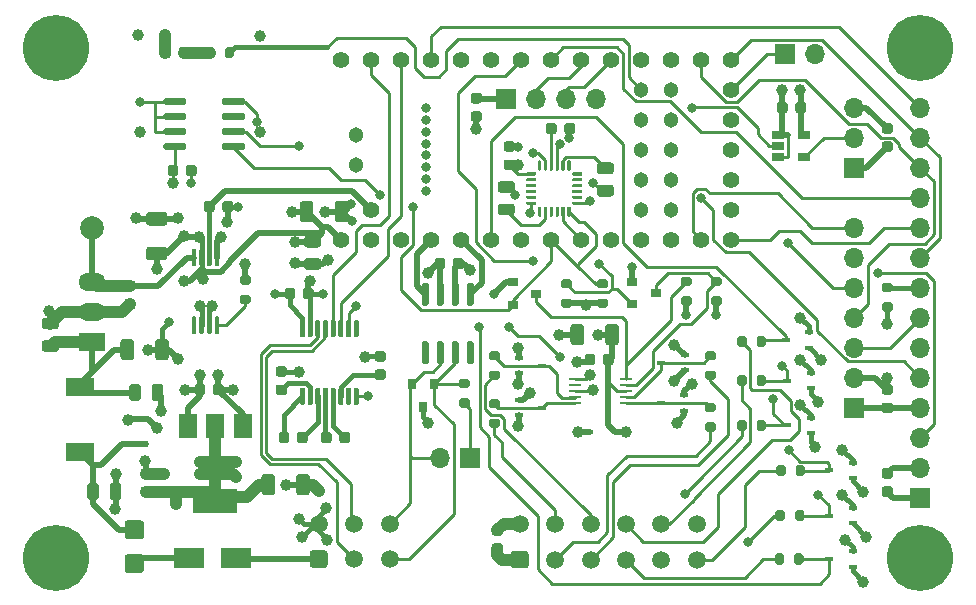
<source format=gbr>
%TF.GenerationSoftware,KiCad,Pcbnew,(5.1.9)-1*%
%TF.CreationDate,2021-02-21T10:06:18+01:00*%
%TF.ProjectId,CanDisplayFoReal,43616e44-6973-4706-9c61-79466f526561,rev?*%
%TF.SameCoordinates,Original*%
%TF.FileFunction,Copper,L1,Top*%
%TF.FilePolarity,Positive*%
%FSLAX46Y46*%
G04 Gerber Fmt 4.6, Leading zero omitted, Abs format (unit mm)*
G04 Created by KiCad (PCBNEW (5.1.9)-1) date 2021-02-21 10:06:18*
%MOMM*%
%LPD*%
G01*
G04 APERTURE LIST*
%TA.AperFunction,ComponentPad*%
%ADD10C,1.500000*%
%TD*%
%TA.AperFunction,ComponentPad*%
%ADD11O,1.700000X1.700000*%
%TD*%
%TA.AperFunction,ComponentPad*%
%ADD12R,1.700000X1.700000*%
%TD*%
%TA.AperFunction,ComponentPad*%
%ADD13C,5.600000*%
%TD*%
%TA.AperFunction,SMDPad,CuDef*%
%ADD14R,1.100000X0.250000*%
%TD*%
%TA.AperFunction,SMDPad,CuDef*%
%ADD15R,1.500000X2.000000*%
%TD*%
%TA.AperFunction,SMDPad,CuDef*%
%ADD16R,3.800000X2.000000*%
%TD*%
%TA.AperFunction,ComponentPad*%
%ADD17O,2.300000X1.500000*%
%TD*%
%TA.AperFunction,ComponentPad*%
%ADD18R,2.300000X1.500000*%
%TD*%
%TA.AperFunction,SMDPad,CuDef*%
%ADD19R,1.060000X0.650000*%
%TD*%
%TA.AperFunction,SMDPad,CuDef*%
%ADD20C,2.000000*%
%TD*%
%TA.AperFunction,SMDPad,CuDef*%
%ADD21R,0.900000X0.800000*%
%TD*%
%TA.AperFunction,SMDPad,CuDef*%
%ADD22R,2.400000X1.500000*%
%TD*%
%TA.AperFunction,SMDPad,CuDef*%
%ADD23R,0.700000X0.450000*%
%TD*%
%TA.AperFunction,SMDPad,CuDef*%
%ADD24R,0.600000X0.450000*%
%TD*%
%TA.AperFunction,SMDPad,CuDef*%
%ADD25R,0.450000X0.600000*%
%TD*%
%TA.AperFunction,SMDPad,CuDef*%
%ADD26R,2.500000X1.800000*%
%TD*%
%TA.AperFunction,SMDPad,CuDef*%
%ADD27R,0.800000X0.900000*%
%TD*%
%TA.AperFunction,ComponentPad*%
%ADD28C,1.404000*%
%TD*%
%TA.AperFunction,ComponentPad*%
%ADD29C,1.304000*%
%TD*%
%TA.AperFunction,ComponentPad*%
%ADD30C,0.804000*%
%TD*%
%TA.AperFunction,ViaPad*%
%ADD31C,1.000000*%
%TD*%
%TA.AperFunction,ViaPad*%
%ADD32C,0.800000*%
%TD*%
%TA.AperFunction,Conductor*%
%ADD33C,0.250000*%
%TD*%
%TA.AperFunction,Conductor*%
%ADD34C,0.500000*%
%TD*%
%TA.AperFunction,Conductor*%
%ADD35C,1.000000*%
%TD*%
%TA.AperFunction,Conductor*%
%ADD36C,0.400000*%
%TD*%
G04 APERTURE END LIST*
%TO.P,C31,2*%
%TO.N,GND*%
%TA.AperFunction,SMDPad,CuDef*%
G36*
G01*
X194052000Y-60635000D02*
X193552000Y-60635000D01*
G75*
G02*
X193327000Y-60410000I0J225000D01*
G01*
X193327000Y-59960000D01*
G75*
G02*
X193552000Y-59735000I225000J0D01*
G01*
X194052000Y-59735000D01*
G75*
G02*
X194277000Y-59960000I0J-225000D01*
G01*
X194277000Y-60410000D01*
G75*
G02*
X194052000Y-60635000I-225000J0D01*
G01*
G37*
%TD.AperFunction*%
%TO.P,C31,1*%
%TO.N,+5V*%
%TA.AperFunction,SMDPad,CuDef*%
G36*
G01*
X194052000Y-62185000D02*
X193552000Y-62185000D01*
G75*
G02*
X193327000Y-61960000I0J225000D01*
G01*
X193327000Y-61510000D01*
G75*
G02*
X193552000Y-61285000I225000J0D01*
G01*
X194052000Y-61285000D01*
G75*
G02*
X194277000Y-61510000I0J-225000D01*
G01*
X194277000Y-61960000D01*
G75*
G02*
X194052000Y-62185000I-225000J0D01*
G01*
G37*
%TD.AperFunction*%
%TD*%
%TO.P,C30,2*%
%TO.N,GND*%
%TA.AperFunction,SMDPad,CuDef*%
G36*
G01*
X194052000Y-89845000D02*
X193552000Y-89845000D01*
G75*
G02*
X193327000Y-89620000I0J225000D01*
G01*
X193327000Y-89170000D01*
G75*
G02*
X193552000Y-88945000I225000J0D01*
G01*
X194052000Y-88945000D01*
G75*
G02*
X194277000Y-89170000I0J-225000D01*
G01*
X194277000Y-89620000D01*
G75*
G02*
X194052000Y-89845000I-225000J0D01*
G01*
G37*
%TD.AperFunction*%
%TO.P,C30,1*%
%TO.N,+5V*%
%TA.AperFunction,SMDPad,CuDef*%
G36*
G01*
X194052000Y-91395000D02*
X193552000Y-91395000D01*
G75*
G02*
X193327000Y-91170000I0J225000D01*
G01*
X193327000Y-90720000D01*
G75*
G02*
X193552000Y-90495000I225000J0D01*
G01*
X194052000Y-90495000D01*
G75*
G02*
X194277000Y-90720000I0J-225000D01*
G01*
X194277000Y-91170000D01*
G75*
G02*
X194052000Y-91395000I-225000J0D01*
G01*
G37*
%TD.AperFunction*%
%TD*%
%TO.P,C24,2*%
%TO.N,GND*%
%TA.AperFunction,SMDPad,CuDef*%
G36*
G01*
X161032000Y-94671000D02*
X160532000Y-94671000D01*
G75*
G02*
X160307000Y-94446000I0J225000D01*
G01*
X160307000Y-93996000D01*
G75*
G02*
X160532000Y-93771000I225000J0D01*
G01*
X161032000Y-93771000D01*
G75*
G02*
X161257000Y-93996000I0J-225000D01*
G01*
X161257000Y-94446000D01*
G75*
G02*
X161032000Y-94671000I-225000J0D01*
G01*
G37*
%TD.AperFunction*%
%TO.P,C24,1*%
%TO.N,+5V*%
%TA.AperFunction,SMDPad,CuDef*%
G36*
G01*
X161032000Y-96221000D02*
X160532000Y-96221000D01*
G75*
G02*
X160307000Y-95996000I0J225000D01*
G01*
X160307000Y-95546000D01*
G75*
G02*
X160532000Y-95321000I225000J0D01*
G01*
X161032000Y-95321000D01*
G75*
G02*
X161257000Y-95546000I0J-225000D01*
G01*
X161257000Y-95996000D01*
G75*
G02*
X161032000Y-96221000I-225000J0D01*
G01*
G37*
%TD.AperFunction*%
%TD*%
%TO.P,C6,2*%
%TO.N,GND*%
%TA.AperFunction,SMDPad,CuDef*%
G36*
G01*
X158754000Y-58732000D02*
X159254000Y-58732000D01*
G75*
G02*
X159479000Y-58957000I0J-225000D01*
G01*
X159479000Y-59407000D01*
G75*
G02*
X159254000Y-59632000I-225000J0D01*
G01*
X158754000Y-59632000D01*
G75*
G02*
X158529000Y-59407000I0J225000D01*
G01*
X158529000Y-58957000D01*
G75*
G02*
X158754000Y-58732000I225000J0D01*
G01*
G37*
%TD.AperFunction*%
%TO.P,C6,1*%
%TO.N,+3V3*%
%TA.AperFunction,SMDPad,CuDef*%
G36*
G01*
X158754000Y-57182000D02*
X159254000Y-57182000D01*
G75*
G02*
X159479000Y-57407000I0J-225000D01*
G01*
X159479000Y-57857000D01*
G75*
G02*
X159254000Y-58082000I-225000J0D01*
G01*
X158754000Y-58082000D01*
G75*
G02*
X158529000Y-57857000I0J225000D01*
G01*
X158529000Y-57407000D01*
G75*
G02*
X158754000Y-57182000I225000J0D01*
G01*
G37*
%TD.AperFunction*%
%TD*%
%TO.P,C4,2*%
%TO.N,GND*%
%TA.AperFunction,SMDPad,CuDef*%
G36*
G01*
X194052000Y-82746000D02*
X193552000Y-82746000D01*
G75*
G02*
X193327000Y-82521000I0J225000D01*
G01*
X193327000Y-82071000D01*
G75*
G02*
X193552000Y-81846000I225000J0D01*
G01*
X194052000Y-81846000D01*
G75*
G02*
X194277000Y-82071000I0J-225000D01*
G01*
X194277000Y-82521000D01*
G75*
G02*
X194052000Y-82746000I-225000J0D01*
G01*
G37*
%TD.AperFunction*%
%TO.P,C4,1*%
%TO.N,+3V3*%
%TA.AperFunction,SMDPad,CuDef*%
G36*
G01*
X194052000Y-84296000D02*
X193552000Y-84296000D01*
G75*
G02*
X193327000Y-84071000I0J225000D01*
G01*
X193327000Y-83621000D01*
G75*
G02*
X193552000Y-83396000I225000J0D01*
G01*
X194052000Y-83396000D01*
G75*
G02*
X194277000Y-83621000I0J-225000D01*
G01*
X194277000Y-84071000D01*
G75*
G02*
X194052000Y-84296000I-225000J0D01*
G01*
G37*
%TD.AperFunction*%
%TD*%
%TO.P,U10,8*%
%TO.N,+3V3*%
%TA.AperFunction,SMDPad,CuDef*%
G36*
G01*
X134455000Y-61572000D02*
X134455000Y-61872000D01*
G75*
G02*
X134305000Y-62022000I-150000J0D01*
G01*
X132655000Y-62022000D01*
G75*
G02*
X132505000Y-61872000I0J150000D01*
G01*
X132505000Y-61572000D01*
G75*
G02*
X132655000Y-61422000I150000J0D01*
G01*
X134305000Y-61422000D01*
G75*
G02*
X134455000Y-61572000I0J-150000D01*
G01*
G37*
%TD.AperFunction*%
%TO.P,U10,7*%
%TO.N,GND*%
%TA.AperFunction,SMDPad,CuDef*%
G36*
G01*
X134455000Y-60302000D02*
X134455000Y-60602000D01*
G75*
G02*
X134305000Y-60752000I-150000J0D01*
G01*
X132655000Y-60752000D01*
G75*
G02*
X132505000Y-60602000I0J150000D01*
G01*
X132505000Y-60302000D01*
G75*
G02*
X132655000Y-60152000I150000J0D01*
G01*
X134305000Y-60152000D01*
G75*
G02*
X134455000Y-60302000I0J-150000D01*
G01*
G37*
%TD.AperFunction*%
%TO.P,U10,6*%
%TA.AperFunction,SMDPad,CuDef*%
G36*
G01*
X134455000Y-59032000D02*
X134455000Y-59332000D01*
G75*
G02*
X134305000Y-59482000I-150000J0D01*
G01*
X132655000Y-59482000D01*
G75*
G02*
X132505000Y-59332000I0J150000D01*
G01*
X132505000Y-59032000D01*
G75*
G02*
X132655000Y-58882000I150000J0D01*
G01*
X134305000Y-58882000D01*
G75*
G02*
X134455000Y-59032000I0J-150000D01*
G01*
G37*
%TD.AperFunction*%
%TO.P,U10,5*%
%TA.AperFunction,SMDPad,CuDef*%
G36*
G01*
X134455000Y-57762000D02*
X134455000Y-58062000D01*
G75*
G02*
X134305000Y-58212000I-150000J0D01*
G01*
X132655000Y-58212000D01*
G75*
G02*
X132505000Y-58062000I0J150000D01*
G01*
X132505000Y-57762000D01*
G75*
G02*
X132655000Y-57612000I150000J0D01*
G01*
X134305000Y-57612000D01*
G75*
G02*
X134455000Y-57762000I0J-150000D01*
G01*
G37*
%TD.AperFunction*%
%TO.P,U10,4*%
%TA.AperFunction,SMDPad,CuDef*%
G36*
G01*
X139405000Y-57762000D02*
X139405000Y-58062000D01*
G75*
G02*
X139255000Y-58212000I-150000J0D01*
G01*
X137605000Y-58212000D01*
G75*
G02*
X137455000Y-58062000I0J150000D01*
G01*
X137455000Y-57762000D01*
G75*
G02*
X137605000Y-57612000I150000J0D01*
G01*
X139255000Y-57612000D01*
G75*
G02*
X139405000Y-57762000I0J-150000D01*
G01*
G37*
%TD.AperFunction*%
%TO.P,U10,3*%
%TO.N,Net-(U10-Pad3)*%
%TA.AperFunction,SMDPad,CuDef*%
G36*
G01*
X139405000Y-59032000D02*
X139405000Y-59332000D01*
G75*
G02*
X139255000Y-59482000I-150000J0D01*
G01*
X137605000Y-59482000D01*
G75*
G02*
X137455000Y-59332000I0J150000D01*
G01*
X137455000Y-59032000D01*
G75*
G02*
X137605000Y-58882000I150000J0D01*
G01*
X139255000Y-58882000D01*
G75*
G02*
X139405000Y-59032000I0J-150000D01*
G01*
G37*
%TD.AperFunction*%
%TO.P,U10,2*%
%TO.N,/SDA0*%
%TA.AperFunction,SMDPad,CuDef*%
G36*
G01*
X139405000Y-60302000D02*
X139405000Y-60602000D01*
G75*
G02*
X139255000Y-60752000I-150000J0D01*
G01*
X137605000Y-60752000D01*
G75*
G02*
X137455000Y-60602000I0J150000D01*
G01*
X137455000Y-60302000D01*
G75*
G02*
X137605000Y-60152000I150000J0D01*
G01*
X139255000Y-60152000D01*
G75*
G02*
X139405000Y-60302000I0J-150000D01*
G01*
G37*
%TD.AperFunction*%
%TO.P,U10,1*%
%TO.N,/SCL0*%
%TA.AperFunction,SMDPad,CuDef*%
G36*
G01*
X139405000Y-61572000D02*
X139405000Y-61872000D01*
G75*
G02*
X139255000Y-62022000I-150000J0D01*
G01*
X137605000Y-62022000D01*
G75*
G02*
X137455000Y-61872000I0J150000D01*
G01*
X137455000Y-61572000D01*
G75*
G02*
X137605000Y-61422000I150000J0D01*
G01*
X139255000Y-61422000D01*
G75*
G02*
X139405000Y-61572000I0J-150000D01*
G01*
G37*
%TD.AperFunction*%
%TD*%
%TO.P,C29,2*%
%TO.N,GND*%
%TA.AperFunction,SMDPad,CuDef*%
G36*
G01*
X162048000Y-62172000D02*
X161548000Y-62172000D01*
G75*
G02*
X161323000Y-61947000I0J225000D01*
G01*
X161323000Y-61497000D01*
G75*
G02*
X161548000Y-61272000I225000J0D01*
G01*
X162048000Y-61272000D01*
G75*
G02*
X162273000Y-61497000I0J-225000D01*
G01*
X162273000Y-61947000D01*
G75*
G02*
X162048000Y-62172000I-225000J0D01*
G01*
G37*
%TD.AperFunction*%
%TO.P,C29,1*%
%TO.N,+3V3*%
%TA.AperFunction,SMDPad,CuDef*%
G36*
G01*
X162048000Y-63722000D02*
X161548000Y-63722000D01*
G75*
G02*
X161323000Y-63497000I0J225000D01*
G01*
X161323000Y-63047000D01*
G75*
G02*
X161548000Y-62822000I225000J0D01*
G01*
X162048000Y-62822000D01*
G75*
G02*
X162273000Y-63047000I0J-225000D01*
G01*
X162273000Y-63497000D01*
G75*
G02*
X162048000Y-63722000I-225000J0D01*
G01*
G37*
%TD.AperFunction*%
%TD*%
%TO.P,C28,2*%
%TO.N,GND*%
%TA.AperFunction,SMDPad,CuDef*%
G36*
G01*
X134424000Y-64004000D02*
X134424000Y-63504000D01*
G75*
G02*
X134649000Y-63279000I225000J0D01*
G01*
X135099000Y-63279000D01*
G75*
G02*
X135324000Y-63504000I0J-225000D01*
G01*
X135324000Y-64004000D01*
G75*
G02*
X135099000Y-64229000I-225000J0D01*
G01*
X134649000Y-64229000D01*
G75*
G02*
X134424000Y-64004000I0J225000D01*
G01*
G37*
%TD.AperFunction*%
%TO.P,C28,1*%
%TO.N,+3V3*%
%TA.AperFunction,SMDPad,CuDef*%
G36*
G01*
X132874000Y-64004000D02*
X132874000Y-63504000D01*
G75*
G02*
X133099000Y-63279000I225000J0D01*
G01*
X133549000Y-63279000D01*
G75*
G02*
X133774000Y-63504000I0J-225000D01*
G01*
X133774000Y-64004000D01*
G75*
G02*
X133549000Y-64229000I-225000J0D01*
G01*
X133099000Y-64229000D01*
G75*
G02*
X132874000Y-64004000I0J225000D01*
G01*
G37*
%TD.AperFunction*%
%TD*%
%TO.P,C27,2*%
%TO.N,GND*%
%TA.AperFunction,SMDPad,CuDef*%
G36*
G01*
X162019000Y-65656000D02*
X161069000Y-65656000D01*
G75*
G02*
X160819000Y-65406000I0J250000D01*
G01*
X160819000Y-64906000D01*
G75*
G02*
X161069000Y-64656000I250000J0D01*
G01*
X162019000Y-64656000D01*
G75*
G02*
X162269000Y-64906000I0J-250000D01*
G01*
X162269000Y-65406000D01*
G75*
G02*
X162019000Y-65656000I-250000J0D01*
G01*
G37*
%TD.AperFunction*%
%TO.P,C27,1*%
%TO.N,Net-(C27-Pad1)*%
%TA.AperFunction,SMDPad,CuDef*%
G36*
G01*
X162019000Y-67556000D02*
X161069000Y-67556000D01*
G75*
G02*
X160819000Y-67306000I0J250000D01*
G01*
X160819000Y-66806000D01*
G75*
G02*
X161069000Y-66556000I250000J0D01*
G01*
X162019000Y-66556000D01*
G75*
G02*
X162269000Y-66806000I0J-250000D01*
G01*
X162269000Y-67306000D01*
G75*
G02*
X162019000Y-67556000I-250000J0D01*
G01*
G37*
%TD.AperFunction*%
%TD*%
%TO.P,C26,2*%
%TO.N,GND*%
%TA.AperFunction,SMDPad,CuDef*%
G36*
G01*
X166454000Y-60448000D02*
X166454000Y-59948000D01*
G75*
G02*
X166679000Y-59723000I225000J0D01*
G01*
X167129000Y-59723000D01*
G75*
G02*
X167354000Y-59948000I0J-225000D01*
G01*
X167354000Y-60448000D01*
G75*
G02*
X167129000Y-60673000I-225000J0D01*
G01*
X166679000Y-60673000D01*
G75*
G02*
X166454000Y-60448000I0J225000D01*
G01*
G37*
%TD.AperFunction*%
%TO.P,C26,1*%
%TO.N,Net-(C26-Pad1)*%
%TA.AperFunction,SMDPad,CuDef*%
G36*
G01*
X164904000Y-60448000D02*
X164904000Y-59948000D01*
G75*
G02*
X165129000Y-59723000I225000J0D01*
G01*
X165579000Y-59723000D01*
G75*
G02*
X165804000Y-59948000I0J-225000D01*
G01*
X165804000Y-60448000D01*
G75*
G02*
X165579000Y-60673000I-225000J0D01*
G01*
X165129000Y-60673000D01*
G75*
G02*
X164904000Y-60448000I0J225000D01*
G01*
G37*
%TD.AperFunction*%
%TD*%
%TO.P,C25,2*%
%TO.N,GND*%
%TA.AperFunction,SMDPad,CuDef*%
G36*
G01*
X169451000Y-64966000D02*
X170401000Y-64966000D01*
G75*
G02*
X170651000Y-65216000I0J-250000D01*
G01*
X170651000Y-65716000D01*
G75*
G02*
X170401000Y-65966000I-250000J0D01*
G01*
X169451000Y-65966000D01*
G75*
G02*
X169201000Y-65716000I0J250000D01*
G01*
X169201000Y-65216000D01*
G75*
G02*
X169451000Y-64966000I250000J0D01*
G01*
G37*
%TD.AperFunction*%
%TO.P,C25,1*%
%TO.N,Net-(C25-Pad1)*%
%TA.AperFunction,SMDPad,CuDef*%
G36*
G01*
X169451000Y-63066000D02*
X170401000Y-63066000D01*
G75*
G02*
X170651000Y-63316000I0J-250000D01*
G01*
X170651000Y-63816000D01*
G75*
G02*
X170401000Y-64066000I-250000J0D01*
G01*
X169451000Y-64066000D01*
G75*
G02*
X169201000Y-63816000I0J250000D01*
G01*
X169201000Y-63316000D01*
G75*
G02*
X169451000Y-63066000I250000J0D01*
G01*
G37*
%TD.AperFunction*%
%TD*%
%TO.P,U9,24*%
%TO.N,/SCL0*%
%TA.AperFunction,SMDPad,CuDef*%
G36*
G01*
X166783000Y-66803000D02*
X166933000Y-66803000D01*
G75*
G02*
X167008000Y-66878000I0J-75000D01*
G01*
X167008000Y-67578000D01*
G75*
G02*
X166933000Y-67653000I-75000J0D01*
G01*
X166783000Y-67653000D01*
G75*
G02*
X166708000Y-67578000I0J75000D01*
G01*
X166708000Y-66878000D01*
G75*
G02*
X166783000Y-66803000I75000J0D01*
G01*
G37*
%TD.AperFunction*%
%TO.P,U9,23*%
%TO.N,/SDA0*%
%TA.AperFunction,SMDPad,CuDef*%
G36*
G01*
X166283000Y-66803000D02*
X166433000Y-66803000D01*
G75*
G02*
X166508000Y-66878000I0J-75000D01*
G01*
X166508000Y-67578000D01*
G75*
G02*
X166433000Y-67653000I-75000J0D01*
G01*
X166283000Y-67653000D01*
G75*
G02*
X166208000Y-67578000I0J75000D01*
G01*
X166208000Y-66878000D01*
G75*
G02*
X166283000Y-66803000I75000J0D01*
G01*
G37*
%TD.AperFunction*%
%TO.P,U9,22*%
%TO.N,N/C*%
%TA.AperFunction,SMDPad,CuDef*%
G36*
G01*
X165783000Y-66803000D02*
X165933000Y-66803000D01*
G75*
G02*
X166008000Y-66878000I0J-75000D01*
G01*
X166008000Y-67578000D01*
G75*
G02*
X165933000Y-67653000I-75000J0D01*
G01*
X165783000Y-67653000D01*
G75*
G02*
X165708000Y-67578000I0J75000D01*
G01*
X165708000Y-66878000D01*
G75*
G02*
X165783000Y-66803000I75000J0D01*
G01*
G37*
%TD.AperFunction*%
%TO.P,U9,21*%
%TA.AperFunction,SMDPad,CuDef*%
G36*
G01*
X165283000Y-66803000D02*
X165433000Y-66803000D01*
G75*
G02*
X165508000Y-66878000I0J-75000D01*
G01*
X165508000Y-67578000D01*
G75*
G02*
X165433000Y-67653000I-75000J0D01*
G01*
X165283000Y-67653000D01*
G75*
G02*
X165208000Y-67578000I0J75000D01*
G01*
X165208000Y-66878000D01*
G75*
G02*
X165283000Y-66803000I75000J0D01*
G01*
G37*
%TD.AperFunction*%
%TO.P,U9,20*%
%TO.N,Net-(C27-Pad1)*%
%TA.AperFunction,SMDPad,CuDef*%
G36*
G01*
X164783000Y-66803000D02*
X164933000Y-66803000D01*
G75*
G02*
X165008000Y-66878000I0J-75000D01*
G01*
X165008000Y-67578000D01*
G75*
G02*
X164933000Y-67653000I-75000J0D01*
G01*
X164783000Y-67653000D01*
G75*
G02*
X164708000Y-67578000I0J75000D01*
G01*
X164708000Y-66878000D01*
G75*
G02*
X164783000Y-66803000I75000J0D01*
G01*
G37*
%TD.AperFunction*%
%TO.P,U9,19*%
%TO.N,N/C*%
%TA.AperFunction,SMDPad,CuDef*%
G36*
G01*
X164283000Y-66803000D02*
X164433000Y-66803000D01*
G75*
G02*
X164508000Y-66878000I0J-75000D01*
G01*
X164508000Y-67578000D01*
G75*
G02*
X164433000Y-67653000I-75000J0D01*
G01*
X164283000Y-67653000D01*
G75*
G02*
X164208000Y-67578000I0J75000D01*
G01*
X164208000Y-66878000D01*
G75*
G02*
X164283000Y-66803000I75000J0D01*
G01*
G37*
%TD.AperFunction*%
%TO.P,U9,18*%
%TO.N,GND*%
%TA.AperFunction,SMDPad,CuDef*%
G36*
G01*
X164083000Y-66453000D02*
X164083000Y-66603000D01*
G75*
G02*
X164008000Y-66678000I-75000J0D01*
G01*
X163308000Y-66678000D01*
G75*
G02*
X163233000Y-66603000I0J75000D01*
G01*
X163233000Y-66453000D01*
G75*
G02*
X163308000Y-66378000I75000J0D01*
G01*
X164008000Y-66378000D01*
G75*
G02*
X164083000Y-66453000I0J-75000D01*
G01*
G37*
%TD.AperFunction*%
%TO.P,U9,17*%
%TO.N,N/C*%
%TA.AperFunction,SMDPad,CuDef*%
G36*
G01*
X164083000Y-65953000D02*
X164083000Y-66103000D01*
G75*
G02*
X164008000Y-66178000I-75000J0D01*
G01*
X163308000Y-66178000D01*
G75*
G02*
X163233000Y-66103000I0J75000D01*
G01*
X163233000Y-65953000D01*
G75*
G02*
X163308000Y-65878000I75000J0D01*
G01*
X164008000Y-65878000D01*
G75*
G02*
X164083000Y-65953000I0J-75000D01*
G01*
G37*
%TD.AperFunction*%
%TO.P,U9,16*%
%TA.AperFunction,SMDPad,CuDef*%
G36*
G01*
X164083000Y-65453000D02*
X164083000Y-65603000D01*
G75*
G02*
X164008000Y-65678000I-75000J0D01*
G01*
X163308000Y-65678000D01*
G75*
G02*
X163233000Y-65603000I0J75000D01*
G01*
X163233000Y-65453000D01*
G75*
G02*
X163308000Y-65378000I75000J0D01*
G01*
X164008000Y-65378000D01*
G75*
G02*
X164083000Y-65453000I0J-75000D01*
G01*
G37*
%TD.AperFunction*%
%TO.P,U9,15*%
%TA.AperFunction,SMDPad,CuDef*%
G36*
G01*
X164083000Y-64953000D02*
X164083000Y-65103000D01*
G75*
G02*
X164008000Y-65178000I-75000J0D01*
G01*
X163308000Y-65178000D01*
G75*
G02*
X163233000Y-65103000I0J75000D01*
G01*
X163233000Y-64953000D01*
G75*
G02*
X163308000Y-64878000I75000J0D01*
G01*
X164008000Y-64878000D01*
G75*
G02*
X164083000Y-64953000I0J-75000D01*
G01*
G37*
%TD.AperFunction*%
%TO.P,U9,14*%
%TA.AperFunction,SMDPad,CuDef*%
G36*
G01*
X164083000Y-64453000D02*
X164083000Y-64603000D01*
G75*
G02*
X164008000Y-64678000I-75000J0D01*
G01*
X163308000Y-64678000D01*
G75*
G02*
X163233000Y-64603000I0J75000D01*
G01*
X163233000Y-64453000D01*
G75*
G02*
X163308000Y-64378000I75000J0D01*
G01*
X164008000Y-64378000D01*
G75*
G02*
X164083000Y-64453000I0J-75000D01*
G01*
G37*
%TD.AperFunction*%
%TO.P,U9,13*%
%TO.N,+3V3*%
%TA.AperFunction,SMDPad,CuDef*%
G36*
G01*
X164083000Y-63953000D02*
X164083000Y-64103000D01*
G75*
G02*
X164008000Y-64178000I-75000J0D01*
G01*
X163308000Y-64178000D01*
G75*
G02*
X163233000Y-64103000I0J75000D01*
G01*
X163233000Y-63953000D01*
G75*
G02*
X163308000Y-63878000I75000J0D01*
G01*
X164008000Y-63878000D01*
G75*
G02*
X164083000Y-63953000I0J-75000D01*
G01*
G37*
%TD.AperFunction*%
%TO.P,U9,12*%
%TO.N,Net-(U9-Pad12)*%
%TA.AperFunction,SMDPad,CuDef*%
G36*
G01*
X164283000Y-62903000D02*
X164433000Y-62903000D01*
G75*
G02*
X164508000Y-62978000I0J-75000D01*
G01*
X164508000Y-63678000D01*
G75*
G02*
X164433000Y-63753000I-75000J0D01*
G01*
X164283000Y-63753000D01*
G75*
G02*
X164208000Y-63678000I0J75000D01*
G01*
X164208000Y-62978000D01*
G75*
G02*
X164283000Y-62903000I75000J0D01*
G01*
G37*
%TD.AperFunction*%
%TO.P,U9,11*%
%TO.N,GND*%
%TA.AperFunction,SMDPad,CuDef*%
G36*
G01*
X164783000Y-62903000D02*
X164933000Y-62903000D01*
G75*
G02*
X165008000Y-62978000I0J-75000D01*
G01*
X165008000Y-63678000D01*
G75*
G02*
X164933000Y-63753000I-75000J0D01*
G01*
X164783000Y-63753000D01*
G75*
G02*
X164708000Y-63678000I0J75000D01*
G01*
X164708000Y-62978000D01*
G75*
G02*
X164783000Y-62903000I75000J0D01*
G01*
G37*
%TD.AperFunction*%
%TO.P,U9,10*%
%TO.N,Net-(C26-Pad1)*%
%TA.AperFunction,SMDPad,CuDef*%
G36*
G01*
X165283000Y-62903000D02*
X165433000Y-62903000D01*
G75*
G02*
X165508000Y-62978000I0J-75000D01*
G01*
X165508000Y-63678000D01*
G75*
G02*
X165433000Y-63753000I-75000J0D01*
G01*
X165283000Y-63753000D01*
G75*
G02*
X165208000Y-63678000I0J75000D01*
G01*
X165208000Y-62978000D01*
G75*
G02*
X165283000Y-62903000I75000J0D01*
G01*
G37*
%TD.AperFunction*%
%TO.P,U9,9*%
%TO.N,GND*%
%TA.AperFunction,SMDPad,CuDef*%
G36*
G01*
X165783000Y-62903000D02*
X165933000Y-62903000D01*
G75*
G02*
X166008000Y-62978000I0J-75000D01*
G01*
X166008000Y-63678000D01*
G75*
G02*
X165933000Y-63753000I-75000J0D01*
G01*
X165783000Y-63753000D01*
G75*
G02*
X165708000Y-63678000I0J75000D01*
G01*
X165708000Y-62978000D01*
G75*
G02*
X165783000Y-62903000I75000J0D01*
G01*
G37*
%TD.AperFunction*%
%TO.P,U9,8*%
%TO.N,Net-(C25-Pad1)*%
%TA.AperFunction,SMDPad,CuDef*%
G36*
G01*
X166283000Y-62903000D02*
X166433000Y-62903000D01*
G75*
G02*
X166508000Y-62978000I0J-75000D01*
G01*
X166508000Y-63678000D01*
G75*
G02*
X166433000Y-63753000I-75000J0D01*
G01*
X166283000Y-63753000D01*
G75*
G02*
X166208000Y-63678000I0J75000D01*
G01*
X166208000Y-62978000D01*
G75*
G02*
X166283000Y-62903000I75000J0D01*
G01*
G37*
%TD.AperFunction*%
%TO.P,U9,7*%
%TO.N,Net-(U9-Pad7)*%
%TA.AperFunction,SMDPad,CuDef*%
G36*
G01*
X166783000Y-62903000D02*
X166933000Y-62903000D01*
G75*
G02*
X167008000Y-62978000I0J-75000D01*
G01*
X167008000Y-63678000D01*
G75*
G02*
X166933000Y-63753000I-75000J0D01*
G01*
X166783000Y-63753000D01*
G75*
G02*
X166708000Y-63678000I0J75000D01*
G01*
X166708000Y-62978000D01*
G75*
G02*
X166783000Y-62903000I75000J0D01*
G01*
G37*
%TD.AperFunction*%
%TO.P,U9,6*%
%TO.N,Net-(U9-Pad6)*%
%TA.AperFunction,SMDPad,CuDef*%
G36*
G01*
X167983000Y-63953000D02*
X167983000Y-64103000D01*
G75*
G02*
X167908000Y-64178000I-75000J0D01*
G01*
X167208000Y-64178000D01*
G75*
G02*
X167133000Y-64103000I0J75000D01*
G01*
X167133000Y-63953000D01*
G75*
G02*
X167208000Y-63878000I75000J0D01*
G01*
X167908000Y-63878000D01*
G75*
G02*
X167983000Y-63953000I0J-75000D01*
G01*
G37*
%TD.AperFunction*%
%TO.P,U9,5*%
%TO.N,N/C*%
%TA.AperFunction,SMDPad,CuDef*%
G36*
G01*
X167983000Y-64453000D02*
X167983000Y-64603000D01*
G75*
G02*
X167908000Y-64678000I-75000J0D01*
G01*
X167208000Y-64678000D01*
G75*
G02*
X167133000Y-64603000I0J75000D01*
G01*
X167133000Y-64453000D01*
G75*
G02*
X167208000Y-64378000I75000J0D01*
G01*
X167908000Y-64378000D01*
G75*
G02*
X167983000Y-64453000I0J-75000D01*
G01*
G37*
%TD.AperFunction*%
%TO.P,U9,4*%
%TA.AperFunction,SMDPad,CuDef*%
G36*
G01*
X167983000Y-64953000D02*
X167983000Y-65103000D01*
G75*
G02*
X167908000Y-65178000I-75000J0D01*
G01*
X167208000Y-65178000D01*
G75*
G02*
X167133000Y-65103000I0J75000D01*
G01*
X167133000Y-64953000D01*
G75*
G02*
X167208000Y-64878000I75000J0D01*
G01*
X167908000Y-64878000D01*
G75*
G02*
X167983000Y-64953000I0J-75000D01*
G01*
G37*
%TD.AperFunction*%
%TO.P,U9,3*%
%TA.AperFunction,SMDPad,CuDef*%
G36*
G01*
X167983000Y-65453000D02*
X167983000Y-65603000D01*
G75*
G02*
X167908000Y-65678000I-75000J0D01*
G01*
X167208000Y-65678000D01*
G75*
G02*
X167133000Y-65603000I0J75000D01*
G01*
X167133000Y-65453000D01*
G75*
G02*
X167208000Y-65378000I75000J0D01*
G01*
X167908000Y-65378000D01*
G75*
G02*
X167983000Y-65453000I0J-75000D01*
G01*
G37*
%TD.AperFunction*%
%TO.P,U9,2*%
%TA.AperFunction,SMDPad,CuDef*%
G36*
G01*
X167983000Y-65953000D02*
X167983000Y-66103000D01*
G75*
G02*
X167908000Y-66178000I-75000J0D01*
G01*
X167208000Y-66178000D01*
G75*
G02*
X167133000Y-66103000I0J75000D01*
G01*
X167133000Y-65953000D01*
G75*
G02*
X167208000Y-65878000I75000J0D01*
G01*
X167908000Y-65878000D01*
G75*
G02*
X167983000Y-65953000I0J-75000D01*
G01*
G37*
%TD.AperFunction*%
%TO.P,U9,1*%
%TO.N,GND*%
%TA.AperFunction,SMDPad,CuDef*%
G36*
G01*
X167983000Y-66453000D02*
X167983000Y-66603000D01*
G75*
G02*
X167908000Y-66678000I-75000J0D01*
G01*
X167208000Y-66678000D01*
G75*
G02*
X167133000Y-66603000I0J75000D01*
G01*
X167133000Y-66453000D01*
G75*
G02*
X167208000Y-66378000I75000J0D01*
G01*
X167908000Y-66378000D01*
G75*
G02*
X167983000Y-66453000I0J-75000D01*
G01*
G37*
%TD.AperFunction*%
%TD*%
%TO.P,C23,2*%
%TO.N,GND*%
%TA.AperFunction,SMDPad,CuDef*%
G36*
G01*
X131514000Y-83025000D02*
X131514000Y-82075000D01*
G75*
G02*
X131764000Y-81825000I250000J0D01*
G01*
X132264000Y-81825000D01*
G75*
G02*
X132514000Y-82075000I0J-250000D01*
G01*
X132514000Y-83025000D01*
G75*
G02*
X132264000Y-83275000I-250000J0D01*
G01*
X131764000Y-83275000D01*
G75*
G02*
X131514000Y-83025000I0J250000D01*
G01*
G37*
%TD.AperFunction*%
%TO.P,C23,1*%
%TO.N,Net-(C13-Pad1)*%
%TA.AperFunction,SMDPad,CuDef*%
G36*
G01*
X129614000Y-83025000D02*
X129614000Y-82075000D01*
G75*
G02*
X129864000Y-81825000I250000J0D01*
G01*
X130364000Y-81825000D01*
G75*
G02*
X130614000Y-82075000I0J-250000D01*
G01*
X130614000Y-83025000D01*
G75*
G02*
X130364000Y-83275000I-250000J0D01*
G01*
X129864000Y-83275000D01*
G75*
G02*
X129614000Y-83025000I0J250000D01*
G01*
G37*
%TD.AperFunction*%
%TD*%
%TO.P,C17,2*%
%TO.N,GND*%
%TA.AperFunction,SMDPad,CuDef*%
G36*
G01*
X144671000Y-71174000D02*
X145621000Y-71174000D01*
G75*
G02*
X145871000Y-71424000I0J-250000D01*
G01*
X145871000Y-71924000D01*
G75*
G02*
X145621000Y-72174000I-250000J0D01*
G01*
X144671000Y-72174000D01*
G75*
G02*
X144421000Y-71924000I0J250000D01*
G01*
X144421000Y-71424000D01*
G75*
G02*
X144671000Y-71174000I250000J0D01*
G01*
G37*
%TD.AperFunction*%
%TO.P,C17,1*%
%TO.N,+5V*%
%TA.AperFunction,SMDPad,CuDef*%
G36*
G01*
X144671000Y-69274000D02*
X145621000Y-69274000D01*
G75*
G02*
X145871000Y-69524000I0J-250000D01*
G01*
X145871000Y-70024000D01*
G75*
G02*
X145621000Y-70274000I-250000J0D01*
G01*
X144671000Y-70274000D01*
G75*
G02*
X144421000Y-70024000I0J250000D01*
G01*
X144421000Y-69524000D01*
G75*
G02*
X144671000Y-69274000I250000J0D01*
G01*
G37*
%TD.AperFunction*%
%TD*%
%TO.P,C22,2*%
%TO.N,GND*%
%TA.AperFunction,SMDPad,CuDef*%
G36*
G01*
X168122000Y-76997999D02*
X168122000Y-78298001D01*
G75*
G02*
X167872001Y-78548000I-249999J0D01*
G01*
X167221999Y-78548000D01*
G75*
G02*
X166972000Y-78298001I0J249999D01*
G01*
X166972000Y-76997999D01*
G75*
G02*
X167221999Y-76748000I249999J0D01*
G01*
X167872001Y-76748000D01*
G75*
G02*
X168122000Y-76997999I0J-249999D01*
G01*
G37*
%TD.AperFunction*%
%TO.P,C22,1*%
%TO.N,+5V*%
%TA.AperFunction,SMDPad,CuDef*%
G36*
G01*
X171072000Y-76997999D02*
X171072000Y-78298001D01*
G75*
G02*
X170822001Y-78548000I-249999J0D01*
G01*
X170171999Y-78548000D01*
G75*
G02*
X169922000Y-78298001I0J249999D01*
G01*
X169922000Y-76997999D01*
G75*
G02*
X170171999Y-76748000I249999J0D01*
G01*
X170822001Y-76748000D01*
G75*
G02*
X171072000Y-76997999I0J-249999D01*
G01*
G37*
%TD.AperFunction*%
%TD*%
%TO.P,C21,2*%
%TO.N,GND*%
%TA.AperFunction,SMDPad,CuDef*%
G36*
G01*
X143760000Y-90998001D02*
X143760000Y-89697999D01*
G75*
G02*
X144009999Y-89448000I249999J0D01*
G01*
X144660001Y-89448000D01*
G75*
G02*
X144910000Y-89697999I0J-249999D01*
G01*
X144910000Y-90998001D01*
G75*
G02*
X144660001Y-91248000I-249999J0D01*
G01*
X144009999Y-91248000D01*
G75*
G02*
X143760000Y-90998001I0J249999D01*
G01*
G37*
%TD.AperFunction*%
%TO.P,C21,1*%
%TO.N,+3V3*%
%TA.AperFunction,SMDPad,CuDef*%
G36*
G01*
X140810000Y-90998001D02*
X140810000Y-89697999D01*
G75*
G02*
X141059999Y-89448000I249999J0D01*
G01*
X141710001Y-89448000D01*
G75*
G02*
X141960000Y-89697999I0J-249999D01*
G01*
X141960000Y-90998001D01*
G75*
G02*
X141710001Y-91248000I-249999J0D01*
G01*
X141059999Y-91248000D01*
G75*
G02*
X140810000Y-90998001I0J249999D01*
G01*
G37*
%TD.AperFunction*%
%TD*%
%TO.P,C20,2*%
%TO.N,GND*%
%TA.AperFunction,SMDPad,CuDef*%
G36*
G01*
X132588001Y-68415000D02*
X131287999Y-68415000D01*
G75*
G02*
X131038000Y-68165001I0J249999D01*
G01*
X131038000Y-67514999D01*
G75*
G02*
X131287999Y-67265000I249999J0D01*
G01*
X132588001Y-67265000D01*
G75*
G02*
X132838000Y-67514999I0J-249999D01*
G01*
X132838000Y-68165001D01*
G75*
G02*
X132588001Y-68415000I-249999J0D01*
G01*
G37*
%TD.AperFunction*%
%TO.P,C20,1*%
%TO.N,+5V*%
%TA.AperFunction,SMDPad,CuDef*%
G36*
G01*
X132588001Y-71365000D02*
X131287999Y-71365000D01*
G75*
G02*
X131038000Y-71115001I0J249999D01*
G01*
X131038000Y-70464999D01*
G75*
G02*
X131287999Y-70215000I249999J0D01*
G01*
X132588001Y-70215000D01*
G75*
G02*
X132838000Y-70464999I0J-249999D01*
G01*
X132838000Y-71115001D01*
G75*
G02*
X132588001Y-71365000I-249999J0D01*
G01*
G37*
%TD.AperFunction*%
%TD*%
%TO.P,C19,2*%
%TO.N,GND*%
%TA.AperFunction,SMDPad,CuDef*%
G36*
G01*
X131822000Y-79568001D02*
X131822000Y-78267999D01*
G75*
G02*
X132071999Y-78018000I249999J0D01*
G01*
X132722001Y-78018000D01*
G75*
G02*
X132972000Y-78267999I0J-249999D01*
G01*
X132972000Y-79568001D01*
G75*
G02*
X132722001Y-79818000I-249999J0D01*
G01*
X132071999Y-79818000D01*
G75*
G02*
X131822000Y-79568001I0J249999D01*
G01*
G37*
%TD.AperFunction*%
%TO.P,C19,1*%
%TO.N,Net-(C13-Pad1)*%
%TA.AperFunction,SMDPad,CuDef*%
G36*
G01*
X128872000Y-79568001D02*
X128872000Y-78267999D01*
G75*
G02*
X129121999Y-78018000I249999J0D01*
G01*
X129772001Y-78018000D01*
G75*
G02*
X130022000Y-78267999I0J-249999D01*
G01*
X130022000Y-79568001D01*
G75*
G02*
X129772001Y-79818000I-249999J0D01*
G01*
X129121999Y-79818000D01*
G75*
G02*
X128872000Y-79568001I0J249999D01*
G01*
G37*
%TD.AperFunction*%
%TD*%
%TO.P,C15,2*%
%TO.N,GND*%
%TA.AperFunction,SMDPad,CuDef*%
G36*
G01*
X147013000Y-67884001D02*
X147013000Y-66583999D01*
G75*
G02*
X147262999Y-66334000I249999J0D01*
G01*
X147913001Y-66334000D01*
G75*
G02*
X148163000Y-66583999I0J-249999D01*
G01*
X148163000Y-67884001D01*
G75*
G02*
X147913001Y-68134000I-249999J0D01*
G01*
X147262999Y-68134000D01*
G75*
G02*
X147013000Y-67884001I0J249999D01*
G01*
G37*
%TD.AperFunction*%
%TO.P,C15,1*%
%TO.N,+5V*%
%TA.AperFunction,SMDPad,CuDef*%
G36*
G01*
X144063000Y-67884001D02*
X144063000Y-66583999D01*
G75*
G02*
X144312999Y-66334000I249999J0D01*
G01*
X144963001Y-66334000D01*
G75*
G02*
X145213000Y-66583999I0J-249999D01*
G01*
X145213000Y-67884001D01*
G75*
G02*
X144963001Y-68134000I-249999J0D01*
G01*
X144312999Y-68134000D01*
G75*
G02*
X144063000Y-67884001I0J249999D01*
G01*
G37*
%TD.AperFunction*%
%TD*%
%TO.P,R3,2*%
%TO.N,Net-(R3-Pad2)*%
%TA.AperFunction,SMDPad,CuDef*%
G36*
G01*
X137697000Y-54047000D02*
X137697000Y-53497000D01*
G75*
G02*
X137897000Y-53297000I200000J0D01*
G01*
X138297000Y-53297000D01*
G75*
G02*
X138497000Y-53497000I0J-200000D01*
G01*
X138497000Y-54047000D01*
G75*
G02*
X138297000Y-54247000I-200000J0D01*
G01*
X137897000Y-54247000D01*
G75*
G02*
X137697000Y-54047000I0J200000D01*
G01*
G37*
%TD.AperFunction*%
%TO.P,R3,1*%
%TO.N,Net-(D15-Pad2)*%
%TA.AperFunction,SMDPad,CuDef*%
G36*
G01*
X136047000Y-54047000D02*
X136047000Y-53497000D01*
G75*
G02*
X136247000Y-53297000I200000J0D01*
G01*
X136647000Y-53297000D01*
G75*
G02*
X136847000Y-53497000I0J-200000D01*
G01*
X136847000Y-54047000D01*
G75*
G02*
X136647000Y-54247000I-200000J0D01*
G01*
X136247000Y-54247000D01*
G75*
G02*
X136047000Y-54047000I0J200000D01*
G01*
G37*
%TD.AperFunction*%
%TD*%
%TO.P,D15,2*%
%TO.N,Net-(D15-Pad2)*%
%TA.AperFunction,SMDPad,CuDef*%
G36*
G01*
X133812000Y-54028250D02*
X133812000Y-53515750D01*
G75*
G02*
X134030750Y-53297000I218750J0D01*
G01*
X134468250Y-53297000D01*
G75*
G02*
X134687000Y-53515750I0J-218750D01*
G01*
X134687000Y-54028250D01*
G75*
G02*
X134468250Y-54247000I-218750J0D01*
G01*
X134030750Y-54247000D01*
G75*
G02*
X133812000Y-54028250I0J218750D01*
G01*
G37*
%TD.AperFunction*%
%TO.P,D15,1*%
%TO.N,GND*%
%TA.AperFunction,SMDPad,CuDef*%
G36*
G01*
X132237000Y-54028250D02*
X132237000Y-53515750D01*
G75*
G02*
X132455750Y-53297000I218750J0D01*
G01*
X132893250Y-53297000D01*
G75*
G02*
X133112000Y-53515750I0J-218750D01*
G01*
X133112000Y-54028250D01*
G75*
G02*
X132893250Y-54247000I-218750J0D01*
G01*
X132455750Y-54247000D01*
G75*
G02*
X132237000Y-54028250I0J218750D01*
G01*
G37*
%TD.AperFunction*%
%TD*%
D10*
%TO.P,J5,6*%
%TO.N,/CAN_L*%
X151654000Y-93650000D03*
%TO.P,J5,5*%
%TO.N,/RXA*%
X148654000Y-93650000D03*
%TO.P,J5,4*%
%TO.N,GND*%
X145654000Y-93650000D03*
%TO.P,J5,3*%
%TO.N,/CAN_H*%
X151654000Y-96650000D03*
%TO.P,J5,2*%
%TO.N,/TXA*%
X148654000Y-96650000D03*
%TO.P,J5,1*%
%TO.N,+12V*%
%TA.AperFunction,ComponentPad*%
G36*
G01*
X144904000Y-97150000D02*
X144904000Y-96150000D01*
G75*
G02*
X145154000Y-95900000I250000J0D01*
G01*
X146154000Y-95900000D01*
G75*
G02*
X146404000Y-96150000I0J-250000D01*
G01*
X146404000Y-97150000D01*
G75*
G02*
X146154000Y-97400000I-250000J0D01*
G01*
X145154000Y-97400000D01*
G75*
G02*
X144904000Y-97150000I0J250000D01*
G01*
G37*
%TD.AperFunction*%
%TD*%
%TO.P,J8,12*%
%TO.N,Net-(J8-Pad12)*%
X177672000Y-93698000D03*
%TO.P,J8,11*%
%TO.N,Net-(J8-Pad11)*%
X174672000Y-93698000D03*
%TO.P,J8,10*%
%TO.N,Net-(J8-Pad10)*%
X171672000Y-93698000D03*
%TO.P,J8,9*%
%TO.N,Net-(J8-Pad9)*%
X168672000Y-93698000D03*
%TO.P,J8,8*%
%TO.N,Net-(J8-Pad8)*%
X165672000Y-93698000D03*
%TO.P,J8,7*%
%TO.N,GND*%
X162672000Y-93698000D03*
%TO.P,J8,6*%
%TO.N,Net-(J8-Pad6)*%
X177672000Y-96698000D03*
%TO.P,J8,5*%
%TO.N,Net-(J8-Pad5)*%
X174672000Y-96698000D03*
%TO.P,J8,4*%
%TO.N,Net-(J8-Pad4)*%
X171672000Y-96698000D03*
%TO.P,J8,3*%
%TO.N,Net-(J8-Pad3)*%
X168672000Y-96698000D03*
%TO.P,J8,2*%
%TO.N,Net-(J8-Pad2)*%
X165672000Y-96698000D03*
%TO.P,J8,1*%
%TO.N,+5V*%
%TA.AperFunction,ComponentPad*%
G36*
G01*
X161922000Y-97198000D02*
X161922000Y-96198000D01*
G75*
G02*
X162172000Y-95948000I250000J0D01*
G01*
X163172000Y-95948000D01*
G75*
G02*
X163422000Y-96198000I0J-250000D01*
G01*
X163422000Y-97198000D01*
G75*
G02*
X163172000Y-97448000I-250000J0D01*
G01*
X162172000Y-97448000D01*
G75*
G02*
X161922000Y-97198000I0J250000D01*
G01*
G37*
%TD.AperFunction*%
%TD*%
%TO.P,U5,8*%
%TO.N,/PowerSupply/5V_Regulator*%
%TA.AperFunction,SMDPad,CuDef*%
G36*
G01*
X135198000Y-71857500D02*
X134998000Y-71857500D01*
G75*
G02*
X134898000Y-71757500I0J100000D01*
G01*
X134898000Y-70482500D01*
G75*
G02*
X134998000Y-70382500I100000J0D01*
G01*
X135198000Y-70382500D01*
G75*
G02*
X135298000Y-70482500I0J-100000D01*
G01*
X135298000Y-71757500D01*
G75*
G02*
X135198000Y-71857500I-100000J0D01*
G01*
G37*
%TD.AperFunction*%
%TO.P,U5,7*%
%TO.N,+5V*%
%TA.AperFunction,SMDPad,CuDef*%
G36*
G01*
X135848000Y-71857500D02*
X135648000Y-71857500D01*
G75*
G02*
X135548000Y-71757500I0J100000D01*
G01*
X135548000Y-70482500D01*
G75*
G02*
X135648000Y-70382500I100000J0D01*
G01*
X135848000Y-70382500D01*
G75*
G02*
X135948000Y-70482500I0J-100000D01*
G01*
X135948000Y-71757500D01*
G75*
G02*
X135848000Y-71857500I-100000J0D01*
G01*
G37*
%TD.AperFunction*%
%TO.P,U5,6*%
%TO.N,VBUS*%
%TA.AperFunction,SMDPad,CuDef*%
G36*
G01*
X136498000Y-71857500D02*
X136298000Y-71857500D01*
G75*
G02*
X136198000Y-71757500I0J100000D01*
G01*
X136198000Y-70482500D01*
G75*
G02*
X136298000Y-70382500I100000J0D01*
G01*
X136498000Y-70382500D01*
G75*
G02*
X136598000Y-70482500I0J-100000D01*
G01*
X136598000Y-71757500D01*
G75*
G02*
X136498000Y-71857500I-100000J0D01*
G01*
G37*
%TD.AperFunction*%
%TO.P,U5,5*%
%TO.N,GND*%
%TA.AperFunction,SMDPad,CuDef*%
G36*
G01*
X137148000Y-71857500D02*
X136948000Y-71857500D01*
G75*
G02*
X136848000Y-71757500I0J100000D01*
G01*
X136848000Y-70482500D01*
G75*
G02*
X136948000Y-70382500I100000J0D01*
G01*
X137148000Y-70382500D01*
G75*
G02*
X137248000Y-70482500I0J-100000D01*
G01*
X137248000Y-71757500D01*
G75*
G02*
X137148000Y-71857500I-100000J0D01*
G01*
G37*
%TD.AperFunction*%
%TO.P,U5,4*%
%TO.N,Net-(R9-Pad1)*%
%TA.AperFunction,SMDPad,CuDef*%
G36*
G01*
X137148000Y-77582500D02*
X136948000Y-77582500D01*
G75*
G02*
X136848000Y-77482500I0J100000D01*
G01*
X136848000Y-76207500D01*
G75*
G02*
X136948000Y-76107500I100000J0D01*
G01*
X137148000Y-76107500D01*
G75*
G02*
X137248000Y-76207500I0J-100000D01*
G01*
X137248000Y-77482500D01*
G75*
G02*
X137148000Y-77582500I-100000J0D01*
G01*
G37*
%TD.AperFunction*%
%TO.P,U5,3*%
%TO.N,GND*%
%TA.AperFunction,SMDPad,CuDef*%
G36*
G01*
X136498000Y-77582500D02*
X136298000Y-77582500D01*
G75*
G02*
X136198000Y-77482500I0J100000D01*
G01*
X136198000Y-76207500D01*
G75*
G02*
X136298000Y-76107500I100000J0D01*
G01*
X136498000Y-76107500D01*
G75*
G02*
X136598000Y-76207500I0J-100000D01*
G01*
X136598000Y-77482500D01*
G75*
G02*
X136498000Y-77582500I-100000J0D01*
G01*
G37*
%TD.AperFunction*%
%TO.P,U5,2*%
%TA.AperFunction,SMDPad,CuDef*%
G36*
G01*
X135848000Y-77582500D02*
X135648000Y-77582500D01*
G75*
G02*
X135548000Y-77482500I0J100000D01*
G01*
X135548000Y-76207500D01*
G75*
G02*
X135648000Y-76107500I100000J0D01*
G01*
X135848000Y-76107500D01*
G75*
G02*
X135948000Y-76207500I0J-100000D01*
G01*
X135948000Y-77482500D01*
G75*
G02*
X135848000Y-77582500I-100000J0D01*
G01*
G37*
%TD.AperFunction*%
%TO.P,U5,1*%
%TO.N,Net-(U5-Pad1)*%
%TA.AperFunction,SMDPad,CuDef*%
G36*
G01*
X135198000Y-77582500D02*
X134998000Y-77582500D01*
G75*
G02*
X134898000Y-77482500I0J100000D01*
G01*
X134898000Y-76207500D01*
G75*
G02*
X134998000Y-76107500I100000J0D01*
G01*
X135198000Y-76107500D01*
G75*
G02*
X135298000Y-76207500I0J-100000D01*
G01*
X135298000Y-77482500D01*
G75*
G02*
X135198000Y-77582500I-100000J0D01*
G01*
G37*
%TD.AperFunction*%
%TD*%
%TO.P,C12,2*%
%TO.N,GND*%
%TA.AperFunction,SMDPad,CuDef*%
G36*
G01*
X137498000Y-67052000D02*
X137498000Y-66552000D01*
G75*
G02*
X137723000Y-66327000I225000J0D01*
G01*
X138173000Y-66327000D01*
G75*
G02*
X138398000Y-66552000I0J-225000D01*
G01*
X138398000Y-67052000D01*
G75*
G02*
X138173000Y-67277000I-225000J0D01*
G01*
X137723000Y-67277000D01*
G75*
G02*
X137498000Y-67052000I0J225000D01*
G01*
G37*
%TD.AperFunction*%
%TO.P,C12,1*%
%TO.N,VBUS*%
%TA.AperFunction,SMDPad,CuDef*%
G36*
G01*
X135948000Y-67052000D02*
X135948000Y-66552000D01*
G75*
G02*
X136173000Y-66327000I225000J0D01*
G01*
X136623000Y-66327000D01*
G75*
G02*
X136848000Y-66552000I0J-225000D01*
G01*
X136848000Y-67052000D01*
G75*
G02*
X136623000Y-67277000I-225000J0D01*
G01*
X136173000Y-67277000D01*
G75*
G02*
X135948000Y-67052000I0J225000D01*
G01*
G37*
%TD.AperFunction*%
%TD*%
%TO.P,R9,2*%
%TO.N,GND*%
%TA.AperFunction,SMDPad,CuDef*%
G36*
G01*
X139721000Y-73426000D02*
X139171000Y-73426000D01*
G75*
G02*
X138971000Y-73226000I0J200000D01*
G01*
X138971000Y-72826000D01*
G75*
G02*
X139171000Y-72626000I200000J0D01*
G01*
X139721000Y-72626000D01*
G75*
G02*
X139921000Y-72826000I0J-200000D01*
G01*
X139921000Y-73226000D01*
G75*
G02*
X139721000Y-73426000I-200000J0D01*
G01*
G37*
%TD.AperFunction*%
%TO.P,R9,1*%
%TO.N,Net-(R9-Pad1)*%
%TA.AperFunction,SMDPad,CuDef*%
G36*
G01*
X139721000Y-75076000D02*
X139171000Y-75076000D01*
G75*
G02*
X138971000Y-74876000I0J200000D01*
G01*
X138971000Y-74476000D01*
G75*
G02*
X139171000Y-74276000I200000J0D01*
G01*
X139721000Y-74276000D01*
G75*
G02*
X139921000Y-74476000I0J-200000D01*
G01*
X139921000Y-74876000D01*
G75*
G02*
X139721000Y-75076000I-200000J0D01*
G01*
G37*
%TD.AperFunction*%
%TD*%
D11*
%TO.P,J9,2*%
%TO.N,GND*%
X187706000Y-53848000D03*
D12*
%TO.P,J9,1*%
%TO.N,+BATT*%
X185166000Y-53848000D03*
%TD*%
D13*
%TO.P,REF\u002A\u002A,1*%
%TO.N,N/C*%
X123444000Y-53340000D03*
%TD*%
%TO.P,REF\u002A\u002A,1*%
%TO.N,N/C*%
X123444000Y-96520000D03*
%TD*%
%TO.P,REF\u002A\u002A,1*%
%TO.N,N/C*%
X196596000Y-53340000D03*
%TD*%
%TO.P,REF\u002A\u002A,1*%
%TO.N,N/C*%
X196596000Y-96520000D03*
%TD*%
D14*
%TO.P,U8,10*%
%TO.N,SCL0A*%
X171695000Y-81423000D03*
%TO.P,U8,9*%
%TO.N,SDA0A*%
X171695000Y-81923000D03*
%TO.P,U8,8*%
%TO.N,+5V*%
X171695000Y-82423000D03*
%TO.P,U8,7*%
%TO.N,Net-(D9-Pad3)*%
X171695000Y-82923000D03*
%TO.P,U8,6*%
%TO.N,Net-(D8-Pad3)*%
X171695000Y-83423000D03*
%TO.P,U8,5*%
%TO.N,Net-(D7-Pad3)*%
X167395000Y-83423000D03*
%TO.P,U8,4*%
%TO.N,Net-(D6-Pad3)*%
X167395000Y-82923000D03*
%TO.P,U8,3*%
%TO.N,GND*%
X167395000Y-82423000D03*
%TO.P,U8,2*%
%TO.N,Net-(U8-Pad2)*%
X167395000Y-81923000D03*
%TO.P,U8,1*%
%TO.N,GND*%
X167395000Y-81423000D03*
%TD*%
D15*
%TO.P,U7,1*%
%TO.N,GND*%
X139220000Y-85394000D03*
%TO.P,U7,3*%
%TO.N,+5V*%
X134620000Y-85394000D03*
%TO.P,U7,2*%
%TO.N,+3V3*%
X136920000Y-85394000D03*
D16*
X136920000Y-91694000D03*
%TD*%
D17*
%TO.P,U6,3*%
%TO.N,/PowerSupply/5V_Regulator*%
X126492000Y-73152000D03*
%TO.P,U6,2*%
%TO.N,GND*%
X126492000Y-75692000D03*
D18*
%TO.P,U6,1*%
%TO.N,Net-(C13-Pad1)*%
X126492000Y-78232000D03*
%TD*%
%TO.P,U3,16*%
%TO.N,+3V3*%
%TA.AperFunction,SMDPad,CuDef*%
G36*
G01*
X144383000Y-77885000D02*
X144183000Y-77885000D01*
G75*
G02*
X144083000Y-77785000I0J100000D01*
G01*
X144083000Y-76510000D01*
G75*
G02*
X144183000Y-76410000I100000J0D01*
G01*
X144383000Y-76410000D01*
G75*
G02*
X144483000Y-76510000I0J-100000D01*
G01*
X144483000Y-77785000D01*
G75*
G02*
X144383000Y-77885000I-100000J0D01*
G01*
G37*
%TD.AperFunction*%
%TO.P,U3,15*%
%TO.N,GND*%
%TA.AperFunction,SMDPad,CuDef*%
G36*
G01*
X145033000Y-77885000D02*
X144833000Y-77885000D01*
G75*
G02*
X144733000Y-77785000I0J100000D01*
G01*
X144733000Y-76510000D01*
G75*
G02*
X144833000Y-76410000I100000J0D01*
G01*
X145033000Y-76410000D01*
G75*
G02*
X145133000Y-76510000I0J-100000D01*
G01*
X145133000Y-77785000D01*
G75*
G02*
X145033000Y-77885000I-100000J0D01*
G01*
G37*
%TD.AperFunction*%
%TO.P,U3,14*%
%TO.N,/TXA*%
%TA.AperFunction,SMDPad,CuDef*%
G36*
G01*
X145683000Y-77885000D02*
X145483000Y-77885000D01*
G75*
G02*
X145383000Y-77785000I0J100000D01*
G01*
X145383000Y-76510000D01*
G75*
G02*
X145483000Y-76410000I100000J0D01*
G01*
X145683000Y-76410000D01*
G75*
G02*
X145783000Y-76510000I0J-100000D01*
G01*
X145783000Y-77785000D01*
G75*
G02*
X145683000Y-77885000I-100000J0D01*
G01*
G37*
%TD.AperFunction*%
%TO.P,U3,13*%
%TO.N,/RXA*%
%TA.AperFunction,SMDPad,CuDef*%
G36*
G01*
X146333000Y-77885000D02*
X146133000Y-77885000D01*
G75*
G02*
X146033000Y-77785000I0J100000D01*
G01*
X146033000Y-76510000D01*
G75*
G02*
X146133000Y-76410000I100000J0D01*
G01*
X146333000Y-76410000D01*
G75*
G02*
X146433000Y-76510000I0J-100000D01*
G01*
X146433000Y-77785000D01*
G75*
G02*
X146333000Y-77885000I-100000J0D01*
G01*
G37*
%TD.AperFunction*%
%TO.P,U3,12*%
%TO.N,/RX1*%
%TA.AperFunction,SMDPad,CuDef*%
G36*
G01*
X146983000Y-77885000D02*
X146783000Y-77885000D01*
G75*
G02*
X146683000Y-77785000I0J100000D01*
G01*
X146683000Y-76510000D01*
G75*
G02*
X146783000Y-76410000I100000J0D01*
G01*
X146983000Y-76410000D01*
G75*
G02*
X147083000Y-76510000I0J-100000D01*
G01*
X147083000Y-77785000D01*
G75*
G02*
X146983000Y-77885000I-100000J0D01*
G01*
G37*
%TD.AperFunction*%
%TO.P,U3,11*%
%TO.N,/TX1*%
%TA.AperFunction,SMDPad,CuDef*%
G36*
G01*
X147633000Y-77885000D02*
X147433000Y-77885000D01*
G75*
G02*
X147333000Y-77785000I0J100000D01*
G01*
X147333000Y-76510000D01*
G75*
G02*
X147433000Y-76410000I100000J0D01*
G01*
X147633000Y-76410000D01*
G75*
G02*
X147733000Y-76510000I0J-100000D01*
G01*
X147733000Y-77785000D01*
G75*
G02*
X147633000Y-77885000I-100000J0D01*
G01*
G37*
%TD.AperFunction*%
%TO.P,U3,10*%
%TO.N,GND*%
%TA.AperFunction,SMDPad,CuDef*%
G36*
G01*
X148283000Y-77885000D02*
X148083000Y-77885000D01*
G75*
G02*
X147983000Y-77785000I0J100000D01*
G01*
X147983000Y-76510000D01*
G75*
G02*
X148083000Y-76410000I100000J0D01*
G01*
X148283000Y-76410000D01*
G75*
G02*
X148383000Y-76510000I0J-100000D01*
G01*
X148383000Y-77785000D01*
G75*
G02*
X148283000Y-77885000I-100000J0D01*
G01*
G37*
%TD.AperFunction*%
%TO.P,U3,9*%
%TO.N,Net-(U3-Pad9)*%
%TA.AperFunction,SMDPad,CuDef*%
G36*
G01*
X148933000Y-77885000D02*
X148733000Y-77885000D01*
G75*
G02*
X148633000Y-77785000I0J100000D01*
G01*
X148633000Y-76510000D01*
G75*
G02*
X148733000Y-76410000I100000J0D01*
G01*
X148933000Y-76410000D01*
G75*
G02*
X149033000Y-76510000I0J-100000D01*
G01*
X149033000Y-77785000D01*
G75*
G02*
X148933000Y-77885000I-100000J0D01*
G01*
G37*
%TD.AperFunction*%
%TO.P,U3,8*%
%TO.N,GND*%
%TA.AperFunction,SMDPad,CuDef*%
G36*
G01*
X148933000Y-83610000D02*
X148733000Y-83610000D01*
G75*
G02*
X148633000Y-83510000I0J100000D01*
G01*
X148633000Y-82235000D01*
G75*
G02*
X148733000Y-82135000I100000J0D01*
G01*
X148933000Y-82135000D01*
G75*
G02*
X149033000Y-82235000I0J-100000D01*
G01*
X149033000Y-83510000D01*
G75*
G02*
X148933000Y-83610000I-100000J0D01*
G01*
G37*
%TD.AperFunction*%
%TO.P,U3,7*%
%TO.N,Net-(U3-Pad7)*%
%TA.AperFunction,SMDPad,CuDef*%
G36*
G01*
X148283000Y-83610000D02*
X148083000Y-83610000D01*
G75*
G02*
X147983000Y-83510000I0J100000D01*
G01*
X147983000Y-82235000D01*
G75*
G02*
X148083000Y-82135000I100000J0D01*
G01*
X148283000Y-82135000D01*
G75*
G02*
X148383000Y-82235000I0J-100000D01*
G01*
X148383000Y-83510000D01*
G75*
G02*
X148283000Y-83610000I-100000J0D01*
G01*
G37*
%TD.AperFunction*%
%TO.P,U3,6*%
%TO.N,Net-(C9-Pad2)*%
%TA.AperFunction,SMDPad,CuDef*%
G36*
G01*
X147633000Y-83610000D02*
X147433000Y-83610000D01*
G75*
G02*
X147333000Y-83510000I0J100000D01*
G01*
X147333000Y-82235000D01*
G75*
G02*
X147433000Y-82135000I100000J0D01*
G01*
X147633000Y-82135000D01*
G75*
G02*
X147733000Y-82235000I0J-100000D01*
G01*
X147733000Y-83510000D01*
G75*
G02*
X147633000Y-83610000I-100000J0D01*
G01*
G37*
%TD.AperFunction*%
%TO.P,U3,5*%
%TO.N,Net-(C7-Pad2)*%
%TA.AperFunction,SMDPad,CuDef*%
G36*
G01*
X146983000Y-83610000D02*
X146783000Y-83610000D01*
G75*
G02*
X146683000Y-83510000I0J100000D01*
G01*
X146683000Y-82235000D01*
G75*
G02*
X146783000Y-82135000I100000J0D01*
G01*
X146983000Y-82135000D01*
G75*
G02*
X147083000Y-82235000I0J-100000D01*
G01*
X147083000Y-83510000D01*
G75*
G02*
X146983000Y-83610000I-100000J0D01*
G01*
G37*
%TD.AperFunction*%
%TO.P,U3,4*%
%TO.N,Net-(C7-Pad1)*%
%TA.AperFunction,SMDPad,CuDef*%
G36*
G01*
X146333000Y-83610000D02*
X146133000Y-83610000D01*
G75*
G02*
X146033000Y-83510000I0J100000D01*
G01*
X146033000Y-82235000D01*
G75*
G02*
X146133000Y-82135000I100000J0D01*
G01*
X146333000Y-82135000D01*
G75*
G02*
X146433000Y-82235000I0J-100000D01*
G01*
X146433000Y-83510000D01*
G75*
G02*
X146333000Y-83610000I-100000J0D01*
G01*
G37*
%TD.AperFunction*%
%TO.P,U3,3*%
%TO.N,Net-(C3-Pad2)*%
%TA.AperFunction,SMDPad,CuDef*%
G36*
G01*
X145683000Y-83610000D02*
X145483000Y-83610000D01*
G75*
G02*
X145383000Y-83510000I0J100000D01*
G01*
X145383000Y-82235000D01*
G75*
G02*
X145483000Y-82135000I100000J0D01*
G01*
X145683000Y-82135000D01*
G75*
G02*
X145783000Y-82235000I0J-100000D01*
G01*
X145783000Y-83510000D01*
G75*
G02*
X145683000Y-83610000I-100000J0D01*
G01*
G37*
%TD.AperFunction*%
%TO.P,U3,2*%
%TO.N,Net-(C8-Pad2)*%
%TA.AperFunction,SMDPad,CuDef*%
G36*
G01*
X145033000Y-83610000D02*
X144833000Y-83610000D01*
G75*
G02*
X144733000Y-83510000I0J100000D01*
G01*
X144733000Y-82235000D01*
G75*
G02*
X144833000Y-82135000I100000J0D01*
G01*
X145033000Y-82135000D01*
G75*
G02*
X145133000Y-82235000I0J-100000D01*
G01*
X145133000Y-83510000D01*
G75*
G02*
X145033000Y-83610000I-100000J0D01*
G01*
G37*
%TD.AperFunction*%
%TO.P,U3,1*%
%TO.N,Net-(C3-Pad1)*%
%TA.AperFunction,SMDPad,CuDef*%
G36*
G01*
X144383000Y-83610000D02*
X144183000Y-83610000D01*
G75*
G02*
X144083000Y-83510000I0J100000D01*
G01*
X144083000Y-82235000D01*
G75*
G02*
X144183000Y-82135000I100000J0D01*
G01*
X144383000Y-82135000D01*
G75*
G02*
X144483000Y-82235000I0J-100000D01*
G01*
X144483000Y-83510000D01*
G75*
G02*
X144383000Y-83610000I-100000J0D01*
G01*
G37*
%TD.AperFunction*%
%TD*%
D19*
%TO.P,U2,5*%
%TO.N,+5V*%
X186774000Y-60706000D03*
%TO.P,U2,4*%
%TO.N,Net-(J3-Pad2)*%
X186774000Y-62606000D03*
%TO.P,U2,3*%
%TO.N,GND*%
X184574000Y-62606000D03*
%TO.P,U2,2*%
%TO.N,/WS1812_low*%
X184574000Y-61656000D03*
%TO.P,U2,1*%
%TO.N,GND*%
X184574000Y-60706000D03*
%TD*%
%TO.P,U1,8*%
%TO.N,Net-(U1-Pad8)*%
%TA.AperFunction,SMDPad,CuDef*%
G36*
G01*
X158346000Y-78208000D02*
X158646000Y-78208000D01*
G75*
G02*
X158796000Y-78358000I0J-150000D01*
G01*
X158796000Y-80008000D01*
G75*
G02*
X158646000Y-80158000I-150000J0D01*
G01*
X158346000Y-80158000D01*
G75*
G02*
X158196000Y-80008000I0J150000D01*
G01*
X158196000Y-78358000D01*
G75*
G02*
X158346000Y-78208000I150000J0D01*
G01*
G37*
%TD.AperFunction*%
%TO.P,U1,7*%
%TO.N,/CAN_H*%
%TA.AperFunction,SMDPad,CuDef*%
G36*
G01*
X157076000Y-78208000D02*
X157376000Y-78208000D01*
G75*
G02*
X157526000Y-78358000I0J-150000D01*
G01*
X157526000Y-80008000D01*
G75*
G02*
X157376000Y-80158000I-150000J0D01*
G01*
X157076000Y-80158000D01*
G75*
G02*
X156926000Y-80008000I0J150000D01*
G01*
X156926000Y-78358000D01*
G75*
G02*
X157076000Y-78208000I150000J0D01*
G01*
G37*
%TD.AperFunction*%
%TO.P,U1,6*%
%TO.N,/CAN_L*%
%TA.AperFunction,SMDPad,CuDef*%
G36*
G01*
X155806000Y-78208000D02*
X156106000Y-78208000D01*
G75*
G02*
X156256000Y-78358000I0J-150000D01*
G01*
X156256000Y-80008000D01*
G75*
G02*
X156106000Y-80158000I-150000J0D01*
G01*
X155806000Y-80158000D01*
G75*
G02*
X155656000Y-80008000I0J150000D01*
G01*
X155656000Y-78358000D01*
G75*
G02*
X155806000Y-78208000I150000J0D01*
G01*
G37*
%TD.AperFunction*%
%TO.P,U1,5*%
%TO.N,Net-(U1-Pad5)*%
%TA.AperFunction,SMDPad,CuDef*%
G36*
G01*
X154536000Y-78208000D02*
X154836000Y-78208000D01*
G75*
G02*
X154986000Y-78358000I0J-150000D01*
G01*
X154986000Y-80008000D01*
G75*
G02*
X154836000Y-80158000I-150000J0D01*
G01*
X154536000Y-80158000D01*
G75*
G02*
X154386000Y-80008000I0J150000D01*
G01*
X154386000Y-78358000D01*
G75*
G02*
X154536000Y-78208000I150000J0D01*
G01*
G37*
%TD.AperFunction*%
%TO.P,U1,4*%
%TO.N,/CAN_R*%
%TA.AperFunction,SMDPad,CuDef*%
G36*
G01*
X154536000Y-73258000D02*
X154836000Y-73258000D01*
G75*
G02*
X154986000Y-73408000I0J-150000D01*
G01*
X154986000Y-75058000D01*
G75*
G02*
X154836000Y-75208000I-150000J0D01*
G01*
X154536000Y-75208000D01*
G75*
G02*
X154386000Y-75058000I0J150000D01*
G01*
X154386000Y-73408000D01*
G75*
G02*
X154536000Y-73258000I150000J0D01*
G01*
G37*
%TD.AperFunction*%
%TO.P,U1,3*%
%TO.N,+3V3*%
%TA.AperFunction,SMDPad,CuDef*%
G36*
G01*
X155806000Y-73258000D02*
X156106000Y-73258000D01*
G75*
G02*
X156256000Y-73408000I0J-150000D01*
G01*
X156256000Y-75058000D01*
G75*
G02*
X156106000Y-75208000I-150000J0D01*
G01*
X155806000Y-75208000D01*
G75*
G02*
X155656000Y-75058000I0J150000D01*
G01*
X155656000Y-73408000D01*
G75*
G02*
X155806000Y-73258000I150000J0D01*
G01*
G37*
%TD.AperFunction*%
%TO.P,U1,2*%
%TO.N,GND*%
%TA.AperFunction,SMDPad,CuDef*%
G36*
G01*
X157076000Y-73258000D02*
X157376000Y-73258000D01*
G75*
G02*
X157526000Y-73408000I0J-150000D01*
G01*
X157526000Y-75058000D01*
G75*
G02*
X157376000Y-75208000I-150000J0D01*
G01*
X157076000Y-75208000D01*
G75*
G02*
X156926000Y-75058000I0J150000D01*
G01*
X156926000Y-73408000D01*
G75*
G02*
X157076000Y-73258000I150000J0D01*
G01*
G37*
%TD.AperFunction*%
%TO.P,U1,1*%
%TO.N,/CAN_D*%
%TA.AperFunction,SMDPad,CuDef*%
G36*
G01*
X158346000Y-73258000D02*
X158646000Y-73258000D01*
G75*
G02*
X158796000Y-73408000I0J-150000D01*
G01*
X158796000Y-75058000D01*
G75*
G02*
X158646000Y-75208000I-150000J0D01*
G01*
X158346000Y-75208000D01*
G75*
G02*
X158196000Y-75058000I0J150000D01*
G01*
X158196000Y-73408000D01*
G75*
G02*
X158346000Y-73258000I150000J0D01*
G01*
G37*
%TD.AperFunction*%
%TD*%
D20*
%TO.P,TP7,1*%
%TO.N,/PowerSupply/5V_Regulator*%
X126492000Y-68580000D03*
%TD*%
%TO.P,R21,2*%
%TO.N,21*%
%TA.AperFunction,SMDPad,CuDef*%
G36*
G01*
X182734000Y-78507000D02*
X182734000Y-77957000D01*
G75*
G02*
X182934000Y-77757000I200000J0D01*
G01*
X183334000Y-77757000D01*
G75*
G02*
X183534000Y-77957000I0J-200000D01*
G01*
X183534000Y-78507000D01*
G75*
G02*
X183334000Y-78707000I-200000J0D01*
G01*
X182934000Y-78707000D01*
G75*
G02*
X182734000Y-78507000I0J200000D01*
G01*
G37*
%TD.AperFunction*%
%TO.P,R21,1*%
%TO.N,Net-(J8-Pad10)*%
%TA.AperFunction,SMDPad,CuDef*%
G36*
G01*
X181084000Y-78507000D02*
X181084000Y-77957000D01*
G75*
G02*
X181284000Y-77757000I200000J0D01*
G01*
X181684000Y-77757000D01*
G75*
G02*
X181884000Y-77957000I0J-200000D01*
G01*
X181884000Y-78507000D01*
G75*
G02*
X181684000Y-78707000I-200000J0D01*
G01*
X181284000Y-78707000D01*
G75*
G02*
X181084000Y-78507000I0J200000D01*
G01*
G37*
%TD.AperFunction*%
%TD*%
%TO.P,R19,2*%
%TO.N,Net-(D9-Pad3)*%
%TA.AperFunction,SMDPad,CuDef*%
G36*
G01*
X179091000Y-79839000D02*
X178541000Y-79839000D01*
G75*
G02*
X178341000Y-79639000I0J200000D01*
G01*
X178341000Y-79239000D01*
G75*
G02*
X178541000Y-79039000I200000J0D01*
G01*
X179091000Y-79039000D01*
G75*
G02*
X179291000Y-79239000I0J-200000D01*
G01*
X179291000Y-79639000D01*
G75*
G02*
X179091000Y-79839000I-200000J0D01*
G01*
G37*
%TD.AperFunction*%
%TO.P,R19,1*%
%TO.N,Net-(J8-Pad3)*%
%TA.AperFunction,SMDPad,CuDef*%
G36*
G01*
X179091000Y-81489000D02*
X178541000Y-81489000D01*
G75*
G02*
X178341000Y-81289000I0J200000D01*
G01*
X178341000Y-80889000D01*
G75*
G02*
X178541000Y-80689000I200000J0D01*
G01*
X179091000Y-80689000D01*
G75*
G02*
X179291000Y-80889000I0J-200000D01*
G01*
X179291000Y-81289000D01*
G75*
G02*
X179091000Y-81489000I-200000J0D01*
G01*
G37*
%TD.AperFunction*%
%TD*%
%TO.P,R18,2*%
%TO.N,17*%
%TA.AperFunction,SMDPad,CuDef*%
G36*
G01*
X182734000Y-81809000D02*
X182734000Y-81259000D01*
G75*
G02*
X182934000Y-81059000I200000J0D01*
G01*
X183334000Y-81059000D01*
G75*
G02*
X183534000Y-81259000I0J-200000D01*
G01*
X183534000Y-81809000D01*
G75*
G02*
X183334000Y-82009000I-200000J0D01*
G01*
X182934000Y-82009000D01*
G75*
G02*
X182734000Y-81809000I0J200000D01*
G01*
G37*
%TD.AperFunction*%
%TO.P,R18,1*%
%TO.N,Net-(J8-Pad11)*%
%TA.AperFunction,SMDPad,CuDef*%
G36*
G01*
X181084000Y-81809000D02*
X181084000Y-81259000D01*
G75*
G02*
X181284000Y-81059000I200000J0D01*
G01*
X181684000Y-81059000D01*
G75*
G02*
X181884000Y-81259000I0J-200000D01*
G01*
X181884000Y-81809000D01*
G75*
G02*
X181684000Y-82009000I-200000J0D01*
G01*
X181284000Y-82009000D01*
G75*
G02*
X181084000Y-81809000I0J200000D01*
G01*
G37*
%TD.AperFunction*%
%TD*%
%TO.P,R17,2*%
%TO.N,5*%
%TA.AperFunction,SMDPad,CuDef*%
G36*
G01*
X186036000Y-89429000D02*
X186036000Y-88879000D01*
G75*
G02*
X186236000Y-88679000I200000J0D01*
G01*
X186636000Y-88679000D01*
G75*
G02*
X186836000Y-88879000I0J-200000D01*
G01*
X186836000Y-89429000D01*
G75*
G02*
X186636000Y-89629000I-200000J0D01*
G01*
X186236000Y-89629000D01*
G75*
G02*
X186036000Y-89429000I0J200000D01*
G01*
G37*
%TD.AperFunction*%
%TO.P,R17,1*%
%TO.N,Net-(J8-Pad6)*%
%TA.AperFunction,SMDPad,CuDef*%
G36*
G01*
X184386000Y-89429000D02*
X184386000Y-88879000D01*
G75*
G02*
X184586000Y-88679000I200000J0D01*
G01*
X184986000Y-88679000D01*
G75*
G02*
X185186000Y-88879000I0J-200000D01*
G01*
X185186000Y-89429000D01*
G75*
G02*
X184986000Y-89629000I-200000J0D01*
G01*
X184586000Y-89629000D01*
G75*
G02*
X184386000Y-89429000I0J200000D01*
G01*
G37*
%TD.AperFunction*%
%TD*%
%TO.P,R16,2*%
%TO.N,Net-(D8-Pad3)*%
%TA.AperFunction,SMDPad,CuDef*%
G36*
G01*
X179091000Y-84220000D02*
X178541000Y-84220000D01*
G75*
G02*
X178341000Y-84020000I0J200000D01*
G01*
X178341000Y-83620000D01*
G75*
G02*
X178541000Y-83420000I200000J0D01*
G01*
X179091000Y-83420000D01*
G75*
G02*
X179291000Y-83620000I0J-200000D01*
G01*
X179291000Y-84020000D01*
G75*
G02*
X179091000Y-84220000I-200000J0D01*
G01*
G37*
%TD.AperFunction*%
%TO.P,R16,1*%
%TO.N,Net-(J8-Pad2)*%
%TA.AperFunction,SMDPad,CuDef*%
G36*
G01*
X179091000Y-85870000D02*
X178541000Y-85870000D01*
G75*
G02*
X178341000Y-85670000I0J200000D01*
G01*
X178341000Y-85270000D01*
G75*
G02*
X178541000Y-85070000I200000J0D01*
G01*
X179091000Y-85070000D01*
G75*
G02*
X179291000Y-85270000I0J-200000D01*
G01*
X179291000Y-85670000D01*
G75*
G02*
X179091000Y-85870000I-200000J0D01*
G01*
G37*
%TD.AperFunction*%
%TD*%
%TO.P,R15,2*%
%TO.N,16*%
%TA.AperFunction,SMDPad,CuDef*%
G36*
G01*
X182734000Y-85619000D02*
X182734000Y-85069000D01*
G75*
G02*
X182934000Y-84869000I200000J0D01*
G01*
X183334000Y-84869000D01*
G75*
G02*
X183534000Y-85069000I0J-200000D01*
G01*
X183534000Y-85619000D01*
G75*
G02*
X183334000Y-85819000I-200000J0D01*
G01*
X182934000Y-85819000D01*
G75*
G02*
X182734000Y-85619000I0J200000D01*
G01*
G37*
%TD.AperFunction*%
%TO.P,R15,1*%
%TO.N,Net-(J8-Pad12)*%
%TA.AperFunction,SMDPad,CuDef*%
G36*
G01*
X181084000Y-85619000D02*
X181084000Y-85069000D01*
G75*
G02*
X181284000Y-84869000I200000J0D01*
G01*
X181684000Y-84869000D01*
G75*
G02*
X181884000Y-85069000I0J-200000D01*
G01*
X181884000Y-85619000D01*
G75*
G02*
X181684000Y-85819000I-200000J0D01*
G01*
X181284000Y-85819000D01*
G75*
G02*
X181084000Y-85619000I0J200000D01*
G01*
G37*
%TD.AperFunction*%
%TD*%
%TO.P,R14,2*%
%TO.N,4*%
%TA.AperFunction,SMDPad,CuDef*%
G36*
G01*
X185972000Y-93239000D02*
X185972000Y-92689000D01*
G75*
G02*
X186172000Y-92489000I200000J0D01*
G01*
X186572000Y-92489000D01*
G75*
G02*
X186772000Y-92689000I0J-200000D01*
G01*
X186772000Y-93239000D01*
G75*
G02*
X186572000Y-93439000I-200000J0D01*
G01*
X186172000Y-93439000D01*
G75*
G02*
X185972000Y-93239000I0J200000D01*
G01*
G37*
%TD.AperFunction*%
%TO.P,R14,1*%
%TO.N,Net-(J8-Pad5)*%
%TA.AperFunction,SMDPad,CuDef*%
G36*
G01*
X184322000Y-93239000D02*
X184322000Y-92689000D01*
G75*
G02*
X184522000Y-92489000I200000J0D01*
G01*
X184922000Y-92489000D01*
G75*
G02*
X185122000Y-92689000I0J-200000D01*
G01*
X185122000Y-93239000D01*
G75*
G02*
X184922000Y-93439000I-200000J0D01*
G01*
X184522000Y-93439000D01*
G75*
G02*
X184322000Y-93239000I0J200000D01*
G01*
G37*
%TD.AperFunction*%
%TD*%
%TO.P,R13,2*%
%TO.N,Net-(D7-Pad3)*%
%TA.AperFunction,SMDPad,CuDef*%
G36*
G01*
X160803000Y-83903000D02*
X160253000Y-83903000D01*
G75*
G02*
X160053000Y-83703000I0J200000D01*
G01*
X160053000Y-83303000D01*
G75*
G02*
X160253000Y-83103000I200000J0D01*
G01*
X160803000Y-83103000D01*
G75*
G02*
X161003000Y-83303000I0J-200000D01*
G01*
X161003000Y-83703000D01*
G75*
G02*
X160803000Y-83903000I-200000J0D01*
G01*
G37*
%TD.AperFunction*%
%TO.P,R13,1*%
%TO.N,Net-(J8-Pad8)*%
%TA.AperFunction,SMDPad,CuDef*%
G36*
G01*
X160803000Y-85553000D02*
X160253000Y-85553000D01*
G75*
G02*
X160053000Y-85353000I0J200000D01*
G01*
X160053000Y-84953000D01*
G75*
G02*
X160253000Y-84753000I200000J0D01*
G01*
X160803000Y-84753000D01*
G75*
G02*
X161003000Y-84953000I0J-200000D01*
G01*
X161003000Y-85353000D01*
G75*
G02*
X160803000Y-85553000I-200000J0D01*
G01*
G37*
%TD.AperFunction*%
%TD*%
%TO.P,R11,2*%
%TO.N,3*%
%TA.AperFunction,SMDPad,CuDef*%
G36*
G01*
X185908000Y-96922000D02*
X185908000Y-96372000D01*
G75*
G02*
X186108000Y-96172000I200000J0D01*
G01*
X186508000Y-96172000D01*
G75*
G02*
X186708000Y-96372000I0J-200000D01*
G01*
X186708000Y-96922000D01*
G75*
G02*
X186508000Y-97122000I-200000J0D01*
G01*
X186108000Y-97122000D01*
G75*
G02*
X185908000Y-96922000I0J200000D01*
G01*
G37*
%TD.AperFunction*%
%TO.P,R11,1*%
%TO.N,Net-(J8-Pad4)*%
%TA.AperFunction,SMDPad,CuDef*%
G36*
G01*
X184258000Y-96922000D02*
X184258000Y-96372000D01*
G75*
G02*
X184458000Y-96172000I200000J0D01*
G01*
X184858000Y-96172000D01*
G75*
G02*
X185058000Y-96372000I0J-200000D01*
G01*
X185058000Y-96922000D01*
G75*
G02*
X184858000Y-97122000I-200000J0D01*
G01*
X184458000Y-97122000D01*
G75*
G02*
X184258000Y-96922000I0J200000D01*
G01*
G37*
%TD.AperFunction*%
%TD*%
%TO.P,R10,2*%
%TO.N,Net-(D6-Pad3)*%
%TA.AperFunction,SMDPad,CuDef*%
G36*
G01*
X160803000Y-79839000D02*
X160253000Y-79839000D01*
G75*
G02*
X160053000Y-79639000I0J200000D01*
G01*
X160053000Y-79239000D01*
G75*
G02*
X160253000Y-79039000I200000J0D01*
G01*
X160803000Y-79039000D01*
G75*
G02*
X161003000Y-79239000I0J-200000D01*
G01*
X161003000Y-79639000D01*
G75*
G02*
X160803000Y-79839000I-200000J0D01*
G01*
G37*
%TD.AperFunction*%
%TO.P,R10,1*%
%TO.N,Net-(J8-Pad9)*%
%TA.AperFunction,SMDPad,CuDef*%
G36*
G01*
X160803000Y-81489000D02*
X160253000Y-81489000D01*
G75*
G02*
X160053000Y-81289000I0J200000D01*
G01*
X160053000Y-80889000D01*
G75*
G02*
X160253000Y-80689000I200000J0D01*
G01*
X160803000Y-80689000D01*
G75*
G02*
X161003000Y-80889000I0J-200000D01*
G01*
X161003000Y-81289000D01*
G75*
G02*
X160803000Y-81489000I-200000J0D01*
G01*
G37*
%TD.AperFunction*%
%TD*%
%TO.P,R8,2*%
%TO.N,SDA0A*%
%TA.AperFunction,SMDPad,CuDef*%
G36*
G01*
X179599000Y-73552000D02*
X179049000Y-73552000D01*
G75*
G02*
X178849000Y-73352000I0J200000D01*
G01*
X178849000Y-72952000D01*
G75*
G02*
X179049000Y-72752000I200000J0D01*
G01*
X179599000Y-72752000D01*
G75*
G02*
X179799000Y-72952000I0J-200000D01*
G01*
X179799000Y-73352000D01*
G75*
G02*
X179599000Y-73552000I-200000J0D01*
G01*
G37*
%TD.AperFunction*%
%TO.P,R8,1*%
%TO.N,+5V*%
%TA.AperFunction,SMDPad,CuDef*%
G36*
G01*
X179599000Y-75202000D02*
X179049000Y-75202000D01*
G75*
G02*
X178849000Y-75002000I0J200000D01*
G01*
X178849000Y-74602000D01*
G75*
G02*
X179049000Y-74402000I200000J0D01*
G01*
X179599000Y-74402000D01*
G75*
G02*
X179799000Y-74602000I0J-200000D01*
G01*
X179799000Y-75002000D01*
G75*
G02*
X179599000Y-75202000I-200000J0D01*
G01*
G37*
%TD.AperFunction*%
%TD*%
%TO.P,R7,2*%
%TO.N,SCL0A*%
%TA.AperFunction,SMDPad,CuDef*%
G36*
G01*
X177059000Y-73552000D02*
X176509000Y-73552000D01*
G75*
G02*
X176309000Y-73352000I0J200000D01*
G01*
X176309000Y-72952000D01*
G75*
G02*
X176509000Y-72752000I200000J0D01*
G01*
X177059000Y-72752000D01*
G75*
G02*
X177259000Y-72952000I0J-200000D01*
G01*
X177259000Y-73352000D01*
G75*
G02*
X177059000Y-73552000I-200000J0D01*
G01*
G37*
%TD.AperFunction*%
%TO.P,R7,1*%
%TO.N,+5V*%
%TA.AperFunction,SMDPad,CuDef*%
G36*
G01*
X177059000Y-75202000D02*
X176509000Y-75202000D01*
G75*
G02*
X176309000Y-75002000I0J200000D01*
G01*
X176309000Y-74602000D01*
G75*
G02*
X176509000Y-74402000I200000J0D01*
G01*
X177059000Y-74402000D01*
G75*
G02*
X177259000Y-74602000I0J-200000D01*
G01*
X177259000Y-75002000D01*
G75*
G02*
X177059000Y-75202000I-200000J0D01*
G01*
G37*
%TD.AperFunction*%
%TD*%
%TO.P,R6,2*%
%TO.N,/SCL0*%
%TA.AperFunction,SMDPad,CuDef*%
G36*
G01*
X169947000Y-73743000D02*
X169397000Y-73743000D01*
G75*
G02*
X169197000Y-73543000I0J200000D01*
G01*
X169197000Y-73143000D01*
G75*
G02*
X169397000Y-72943000I200000J0D01*
G01*
X169947000Y-72943000D01*
G75*
G02*
X170147000Y-73143000I0J-200000D01*
G01*
X170147000Y-73543000D01*
G75*
G02*
X169947000Y-73743000I-200000J0D01*
G01*
G37*
%TD.AperFunction*%
%TO.P,R6,1*%
%TO.N,+3V3*%
%TA.AperFunction,SMDPad,CuDef*%
G36*
G01*
X169947000Y-75393000D02*
X169397000Y-75393000D01*
G75*
G02*
X169197000Y-75193000I0J200000D01*
G01*
X169197000Y-74793000D01*
G75*
G02*
X169397000Y-74593000I200000J0D01*
G01*
X169947000Y-74593000D01*
G75*
G02*
X170147000Y-74793000I0J-200000D01*
G01*
X170147000Y-75193000D01*
G75*
G02*
X169947000Y-75393000I-200000J0D01*
G01*
G37*
%TD.AperFunction*%
%TD*%
%TO.P,R5,2*%
%TO.N,/SDA0*%
%TA.AperFunction,SMDPad,CuDef*%
G36*
G01*
X166899000Y-73743000D02*
X166349000Y-73743000D01*
G75*
G02*
X166149000Y-73543000I0J200000D01*
G01*
X166149000Y-73143000D01*
G75*
G02*
X166349000Y-72943000I200000J0D01*
G01*
X166899000Y-72943000D01*
G75*
G02*
X167099000Y-73143000I0J-200000D01*
G01*
X167099000Y-73543000D01*
G75*
G02*
X166899000Y-73743000I-200000J0D01*
G01*
G37*
%TD.AperFunction*%
%TO.P,R5,1*%
%TO.N,+3V3*%
%TA.AperFunction,SMDPad,CuDef*%
G36*
G01*
X166899000Y-75393000D02*
X166349000Y-75393000D01*
G75*
G02*
X166149000Y-75193000I0J200000D01*
G01*
X166149000Y-74793000D01*
G75*
G02*
X166349000Y-74593000I200000J0D01*
G01*
X166899000Y-74593000D01*
G75*
G02*
X167099000Y-74793000I0J-200000D01*
G01*
X167099000Y-75193000D01*
G75*
G02*
X166899000Y-75393000I-200000J0D01*
G01*
G37*
%TD.AperFunction*%
%TD*%
%TO.P,R2,2*%
%TO.N,/CAN_H*%
%TA.AperFunction,SMDPad,CuDef*%
G36*
G01*
X158263000Y-82188000D02*
X157713000Y-82188000D01*
G75*
G02*
X157513000Y-81988000I0J200000D01*
G01*
X157513000Y-81588000D01*
G75*
G02*
X157713000Y-81388000I200000J0D01*
G01*
X158263000Y-81388000D01*
G75*
G02*
X158463000Y-81588000I0J-200000D01*
G01*
X158463000Y-81988000D01*
G75*
G02*
X158263000Y-82188000I-200000J0D01*
G01*
G37*
%TD.AperFunction*%
%TO.P,R2,1*%
%TO.N,Net-(JP1-Pad1)*%
%TA.AperFunction,SMDPad,CuDef*%
G36*
G01*
X158263000Y-83838000D02*
X157713000Y-83838000D01*
G75*
G02*
X157513000Y-83638000I0J200000D01*
G01*
X157513000Y-83238000D01*
G75*
G02*
X157713000Y-83038000I200000J0D01*
G01*
X158263000Y-83038000D01*
G75*
G02*
X158463000Y-83238000I0J-200000D01*
G01*
X158463000Y-83638000D01*
G75*
G02*
X158263000Y-83838000I-200000J0D01*
G01*
G37*
%TD.AperFunction*%
%TD*%
%TO.P,R1,2*%
%TO.N,+5V*%
%TA.AperFunction,SMDPad,CuDef*%
G36*
G01*
X193527000Y-74910000D02*
X194077000Y-74910000D01*
G75*
G02*
X194277000Y-75110000I0J-200000D01*
G01*
X194277000Y-75510000D01*
G75*
G02*
X194077000Y-75710000I-200000J0D01*
G01*
X193527000Y-75710000D01*
G75*
G02*
X193327000Y-75510000I0J200000D01*
G01*
X193327000Y-75110000D01*
G75*
G02*
X193527000Y-74910000I200000J0D01*
G01*
G37*
%TD.AperFunction*%
%TO.P,R1,1*%
%TO.N,Net-(J2-Pad8)*%
%TA.AperFunction,SMDPad,CuDef*%
G36*
G01*
X193527000Y-73260000D02*
X194077000Y-73260000D01*
G75*
G02*
X194277000Y-73460000I0J-200000D01*
G01*
X194277000Y-73860000D01*
G75*
G02*
X194077000Y-74060000I-200000J0D01*
G01*
X193527000Y-74060000D01*
G75*
G02*
X193327000Y-73860000I0J200000D01*
G01*
X193327000Y-73460000D01*
G75*
G02*
X193527000Y-73260000I200000J0D01*
G01*
G37*
%TD.AperFunction*%
%TD*%
D21*
%TO.P,Q2,3*%
%TO.N,SDA0A*%
X174212000Y-74102000D03*
%TO.P,Q2,2*%
%TO.N,/SDA0*%
X172212000Y-75052000D03*
%TO.P,Q2,1*%
%TO.N,+3V3*%
X172212000Y-73152000D03*
%TD*%
%TO.P,Q1,3*%
%TO.N,SCL0A*%
X164068000Y-74168000D03*
%TO.P,Q1,2*%
%TO.N,/SCL0*%
X162068000Y-75118000D03*
%TO.P,Q1,1*%
%TO.N,+3V3*%
X162068000Y-73218000D03*
%TD*%
D22*
%TO.P,L1,2*%
%TO.N,Net-(C13-Pad1)*%
X125476000Y-82086000D03*
%TO.P,L1,1*%
%TO.N,Net-(C10-Pad1)*%
X125476000Y-87586000D03*
%TD*%
D11*
%TO.P,JP1,2*%
%TO.N,/CAN_L*%
X155956000Y-88062000D03*
D12*
%TO.P,JP1,1*%
%TO.N,Net-(JP1-Pad1)*%
X158496000Y-88062000D03*
%TD*%
D11*
%TO.P,J4,4*%
%TO.N,GND*%
X169164000Y-57658000D03*
%TO.P,J4,3*%
%TO.N,/GPS_TX*%
X166624000Y-57658000D03*
%TO.P,J4,2*%
%TO.N,/GPS_RX*%
X164084000Y-57658000D03*
D12*
%TO.P,J4,1*%
%TO.N,+3V3*%
X161544000Y-57658000D03*
%TD*%
D11*
%TO.P,J3,3*%
%TO.N,GND*%
X191008000Y-58420000D03*
%TO.P,J3,2*%
%TO.N,Net-(J3-Pad2)*%
X191008000Y-60960000D03*
D12*
%TO.P,J3,1*%
%TO.N,+5V*%
X191008000Y-63500000D03*
%TD*%
%TO.P,F1,2*%
%TO.N,Net-(D2-Pad1)*%
%TA.AperFunction,SMDPad,CuDef*%
G36*
G01*
X129473000Y-96228000D02*
X130623000Y-96228000D01*
G75*
G02*
X130873000Y-96478000I0J-250000D01*
G01*
X130873000Y-97578000D01*
G75*
G02*
X130623000Y-97828000I-250000J0D01*
G01*
X129473000Y-97828000D01*
G75*
G02*
X129223000Y-97578000I0J250000D01*
G01*
X129223000Y-96478000D01*
G75*
G02*
X129473000Y-96228000I250000J0D01*
G01*
G37*
%TD.AperFunction*%
%TO.P,F1,1*%
%TO.N,Net-(C10-Pad1)*%
%TA.AperFunction,SMDPad,CuDef*%
G36*
G01*
X129473000Y-93378000D02*
X130623000Y-93378000D01*
G75*
G02*
X130873000Y-93628000I0J-250000D01*
G01*
X130873000Y-94728000D01*
G75*
G02*
X130623000Y-94978000I-250000J0D01*
G01*
X129473000Y-94978000D01*
G75*
G02*
X129223000Y-94728000I0J250000D01*
G01*
X129223000Y-93628000D01*
G75*
G02*
X129473000Y-93378000I250000J0D01*
G01*
G37*
%TD.AperFunction*%
%TD*%
D23*
%TO.P,D14,3*%
%TO.N,21*%
X185182000Y-78105000D03*
%TO.P,D14,2*%
%TO.N,+3V3*%
X187182000Y-77455000D03*
%TO.P,D14,1*%
%TO.N,GND*%
X187182000Y-78755000D03*
%TD*%
%TO.P,D13,3*%
%TO.N,5*%
X188881000Y-89139000D03*
%TO.P,D13,2*%
%TO.N,+3V3*%
X190881000Y-88489000D03*
%TO.P,D13,1*%
%TO.N,GND*%
X190881000Y-89789000D03*
%TD*%
%TO.P,D12,3*%
%TO.N,17*%
X185309000Y-81534000D03*
%TO.P,D12,2*%
%TO.N,+3V3*%
X187309000Y-80884000D03*
%TO.P,D12,1*%
%TO.N,GND*%
X187309000Y-82184000D03*
%TD*%
%TO.P,D11,3*%
%TO.N,4*%
X188865000Y-92964000D03*
%TO.P,D11,2*%
%TO.N,+3V3*%
X190865000Y-92314000D03*
%TO.P,D11,1*%
%TO.N,GND*%
X190865000Y-93614000D03*
%TD*%
%TO.P,D10,3*%
%TO.N,16*%
X185325000Y-85329000D03*
%TO.P,D10,2*%
%TO.N,+3V3*%
X187325000Y-84679000D03*
%TO.P,D10,1*%
%TO.N,GND*%
X187325000Y-85979000D03*
%TD*%
%TO.P,D9,3*%
%TO.N,Net-(D9-Pad3)*%
X174641000Y-80010000D03*
%TO.P,D9,2*%
%TO.N,+5V*%
X176641000Y-79360000D03*
%TO.P,D9,1*%
%TO.N,GND*%
X176641000Y-80660000D03*
%TD*%
%TO.P,D8,3*%
%TO.N,Net-(D8-Pad3)*%
X174625000Y-83439000D03*
%TO.P,D8,2*%
%TO.N,+5V*%
X176625000Y-82789000D03*
%TO.P,D8,1*%
%TO.N,GND*%
X176625000Y-84089000D03*
%TD*%
%TO.P,D7,3*%
%TO.N,Net-(D7-Pad3)*%
X164576000Y-83820000D03*
%TO.P,D7,2*%
%TO.N,+5V*%
X162576000Y-84470000D03*
%TO.P,D7,1*%
%TO.N,GND*%
X162576000Y-83170000D03*
%TD*%
%TO.P,D6,3*%
%TO.N,Net-(D6-Pad3)*%
X164576000Y-80264000D03*
%TO.P,D6,2*%
%TO.N,+5V*%
X162576000Y-80914000D03*
%TO.P,D6,1*%
%TO.N,GND*%
X162576000Y-79614000D03*
%TD*%
D24*
%TO.P,D5,2*%
%TO.N,GND*%
X168622000Y-85852000D03*
%TO.P,D5,1*%
%TO.N,+5V*%
X170722000Y-85852000D03*
%TD*%
D23*
%TO.P,D4,3*%
%TO.N,3*%
X188881000Y-96632000D03*
%TO.P,D4,2*%
%TO.N,+3V3*%
X190881000Y-95982000D03*
%TO.P,D4,1*%
%TO.N,GND*%
X190881000Y-97282000D03*
%TD*%
D25*
%TO.P,D3,2*%
%TO.N,GND*%
X131064000Y-84802000D03*
%TO.P,D3,1*%
%TO.N,Net-(C10-Pad1)*%
X131064000Y-86902000D03*
%TD*%
D26*
%TO.P,D2,2*%
%TO.N,+12V*%
X138684000Y-96520000D03*
%TO.P,D2,1*%
%TO.N,Net-(D2-Pad1)*%
X134684000Y-96520000D03*
%TD*%
D27*
%TO.P,D1,3*%
%TO.N,GND*%
X154498000Y-83804000D03*
%TO.P,D1,2*%
%TO.N,/CAN_L*%
X153548000Y-81804000D03*
%TO.P,D1,1*%
%TO.N,/CAN_H*%
X155448000Y-81804000D03*
%TD*%
%TO.P,C18,2*%
%TO.N,GND*%
%TA.AperFunction,SMDPad,CuDef*%
G36*
G01*
X169080000Y-79506000D02*
X169080000Y-80006000D01*
G75*
G02*
X168855000Y-80231000I-225000J0D01*
G01*
X168405000Y-80231000D01*
G75*
G02*
X168180000Y-80006000I0J225000D01*
G01*
X168180000Y-79506000D01*
G75*
G02*
X168405000Y-79281000I225000J0D01*
G01*
X168855000Y-79281000D01*
G75*
G02*
X169080000Y-79506000I0J-225000D01*
G01*
G37*
%TD.AperFunction*%
%TO.P,C18,1*%
%TO.N,+5V*%
%TA.AperFunction,SMDPad,CuDef*%
G36*
G01*
X170630000Y-79506000D02*
X170630000Y-80006000D01*
G75*
G02*
X170405000Y-80231000I-225000J0D01*
G01*
X169955000Y-80231000D01*
G75*
G02*
X169730000Y-80006000I0J225000D01*
G01*
X169730000Y-79506000D01*
G75*
G02*
X169955000Y-79281000I225000J0D01*
G01*
X170405000Y-79281000D01*
G75*
G02*
X170630000Y-79506000I0J-225000D01*
G01*
G37*
%TD.AperFunction*%
%TD*%
%TO.P,C16,2*%
%TO.N,GND*%
%TA.AperFunction,SMDPad,CuDef*%
G36*
G01*
X131314000Y-89858000D02*
X130814000Y-89858000D01*
G75*
G02*
X130589000Y-89633000I0J225000D01*
G01*
X130589000Y-89183000D01*
G75*
G02*
X130814000Y-88958000I225000J0D01*
G01*
X131314000Y-88958000D01*
G75*
G02*
X131539000Y-89183000I0J-225000D01*
G01*
X131539000Y-89633000D01*
G75*
G02*
X131314000Y-89858000I-225000J0D01*
G01*
G37*
%TD.AperFunction*%
%TO.P,C16,1*%
%TO.N,+3V3*%
%TA.AperFunction,SMDPad,CuDef*%
G36*
G01*
X131314000Y-91408000D02*
X130814000Y-91408000D01*
G75*
G02*
X130589000Y-91183000I0J225000D01*
G01*
X130589000Y-90733000D01*
G75*
G02*
X130814000Y-90508000I225000J0D01*
G01*
X131314000Y-90508000D01*
G75*
G02*
X131539000Y-90733000I0J-225000D01*
G01*
X131539000Y-91183000D01*
G75*
G02*
X131314000Y-91408000I-225000J0D01*
G01*
G37*
%TD.AperFunction*%
%TD*%
%TO.P,C14,2*%
%TO.N,GND*%
%TA.AperFunction,SMDPad,CuDef*%
G36*
G01*
X136710000Y-82546000D02*
X136710000Y-82046000D01*
G75*
G02*
X136935000Y-81821000I225000J0D01*
G01*
X137385000Y-81821000D01*
G75*
G02*
X137610000Y-82046000I0J-225000D01*
G01*
X137610000Y-82546000D01*
G75*
G02*
X137385000Y-82771000I-225000J0D01*
G01*
X136935000Y-82771000D01*
G75*
G02*
X136710000Y-82546000I0J225000D01*
G01*
G37*
%TD.AperFunction*%
%TO.P,C14,1*%
%TO.N,+5V*%
%TA.AperFunction,SMDPad,CuDef*%
G36*
G01*
X135160000Y-82546000D02*
X135160000Y-82046000D01*
G75*
G02*
X135385000Y-81821000I225000J0D01*
G01*
X135835000Y-81821000D01*
G75*
G02*
X136060000Y-82046000I0J-225000D01*
G01*
X136060000Y-82546000D01*
G75*
G02*
X135835000Y-82771000I-225000J0D01*
G01*
X135385000Y-82771000D01*
G75*
G02*
X135160000Y-82546000I0J225000D01*
G01*
G37*
%TD.AperFunction*%
%TD*%
%TO.P,C13,2*%
%TO.N,GND*%
%TA.AperFunction,SMDPad,CuDef*%
G36*
G01*
X123411000Y-77208000D02*
X122461000Y-77208000D01*
G75*
G02*
X122211000Y-76958000I0J250000D01*
G01*
X122211000Y-76458000D01*
G75*
G02*
X122461000Y-76208000I250000J0D01*
G01*
X123411000Y-76208000D01*
G75*
G02*
X123661000Y-76458000I0J-250000D01*
G01*
X123661000Y-76958000D01*
G75*
G02*
X123411000Y-77208000I-250000J0D01*
G01*
G37*
%TD.AperFunction*%
%TO.P,C13,1*%
%TO.N,Net-(C13-Pad1)*%
%TA.AperFunction,SMDPad,CuDef*%
G36*
G01*
X123411000Y-79108000D02*
X122461000Y-79108000D01*
G75*
G02*
X122211000Y-78858000I0J250000D01*
G01*
X122211000Y-78358000D01*
G75*
G02*
X122461000Y-78108000I250000J0D01*
G01*
X123411000Y-78108000D01*
G75*
G02*
X123661000Y-78358000I0J-250000D01*
G01*
X123661000Y-78858000D01*
G75*
G02*
X123411000Y-79108000I-250000J0D01*
G01*
G37*
%TD.AperFunction*%
%TD*%
%TO.P,C11,2*%
%TO.N,GND*%
%TA.AperFunction,SMDPad,CuDef*%
G36*
G01*
X129417000Y-74620000D02*
X129917000Y-74620000D01*
G75*
G02*
X130142000Y-74845000I0J-225000D01*
G01*
X130142000Y-75295000D01*
G75*
G02*
X129917000Y-75520000I-225000J0D01*
G01*
X129417000Y-75520000D01*
G75*
G02*
X129192000Y-75295000I0J225000D01*
G01*
X129192000Y-74845000D01*
G75*
G02*
X129417000Y-74620000I225000J0D01*
G01*
G37*
%TD.AperFunction*%
%TO.P,C11,1*%
%TO.N,/PowerSupply/5V_Regulator*%
%TA.AperFunction,SMDPad,CuDef*%
G36*
G01*
X129417000Y-73070000D02*
X129917000Y-73070000D01*
G75*
G02*
X130142000Y-73295000I0J-225000D01*
G01*
X130142000Y-73745000D01*
G75*
G02*
X129917000Y-73970000I-225000J0D01*
G01*
X129417000Y-73970000D01*
G75*
G02*
X129192000Y-73745000I0J225000D01*
G01*
X129192000Y-73295000D01*
G75*
G02*
X129417000Y-73070000I225000J0D01*
G01*
G37*
%TD.AperFunction*%
%TD*%
%TO.P,C10,2*%
%TO.N,GND*%
%TA.AperFunction,SMDPad,CuDef*%
G36*
G01*
X127958000Y-91407000D02*
X127958000Y-90457000D01*
G75*
G02*
X128208000Y-90207000I250000J0D01*
G01*
X128708000Y-90207000D01*
G75*
G02*
X128958000Y-90457000I0J-250000D01*
G01*
X128958000Y-91407000D01*
G75*
G02*
X128708000Y-91657000I-250000J0D01*
G01*
X128208000Y-91657000D01*
G75*
G02*
X127958000Y-91407000I0J250000D01*
G01*
G37*
%TD.AperFunction*%
%TO.P,C10,1*%
%TO.N,Net-(C10-Pad1)*%
%TA.AperFunction,SMDPad,CuDef*%
G36*
G01*
X126058000Y-91407000D02*
X126058000Y-90457000D01*
G75*
G02*
X126308000Y-90207000I250000J0D01*
G01*
X126808000Y-90207000D01*
G75*
G02*
X127058000Y-90457000I0J-250000D01*
G01*
X127058000Y-91407000D01*
G75*
G02*
X126808000Y-91657000I-250000J0D01*
G01*
X126308000Y-91657000D01*
G75*
G02*
X126058000Y-91407000I0J250000D01*
G01*
G37*
%TD.AperFunction*%
%TD*%
%TO.P,C9,2*%
%TO.N,Net-(C9-Pad2)*%
%TA.AperFunction,SMDPad,CuDef*%
G36*
G01*
X150626000Y-80589000D02*
X151126000Y-80589000D01*
G75*
G02*
X151351000Y-80814000I0J-225000D01*
G01*
X151351000Y-81264000D01*
G75*
G02*
X151126000Y-81489000I-225000J0D01*
G01*
X150626000Y-81489000D01*
G75*
G02*
X150401000Y-81264000I0J225000D01*
G01*
X150401000Y-80814000D01*
G75*
G02*
X150626000Y-80589000I225000J0D01*
G01*
G37*
%TD.AperFunction*%
%TO.P,C9,1*%
%TO.N,GND*%
%TA.AperFunction,SMDPad,CuDef*%
G36*
G01*
X150626000Y-79039000D02*
X151126000Y-79039000D01*
G75*
G02*
X151351000Y-79264000I0J-225000D01*
G01*
X151351000Y-79714000D01*
G75*
G02*
X151126000Y-79939000I-225000J0D01*
G01*
X150626000Y-79939000D01*
G75*
G02*
X150401000Y-79714000I0J225000D01*
G01*
X150401000Y-79264000D01*
G75*
G02*
X150626000Y-79039000I225000J0D01*
G01*
G37*
%TD.AperFunction*%
%TD*%
%TO.P,C8,2*%
%TO.N,Net-(C8-Pad2)*%
%TA.AperFunction,SMDPad,CuDef*%
G36*
G01*
X142244000Y-81872000D02*
X142744000Y-81872000D01*
G75*
G02*
X142969000Y-82097000I0J-225000D01*
G01*
X142969000Y-82547000D01*
G75*
G02*
X142744000Y-82772000I-225000J0D01*
G01*
X142244000Y-82772000D01*
G75*
G02*
X142019000Y-82547000I0J225000D01*
G01*
X142019000Y-82097000D01*
G75*
G02*
X142244000Y-81872000I225000J0D01*
G01*
G37*
%TD.AperFunction*%
%TO.P,C8,1*%
%TO.N,+3V3*%
%TA.AperFunction,SMDPad,CuDef*%
G36*
G01*
X142244000Y-80322000D02*
X142744000Y-80322000D01*
G75*
G02*
X142969000Y-80547000I0J-225000D01*
G01*
X142969000Y-80997000D01*
G75*
G02*
X142744000Y-81222000I-225000J0D01*
G01*
X142244000Y-81222000D01*
G75*
G02*
X142019000Y-80997000I0J225000D01*
G01*
X142019000Y-80547000D01*
G75*
G02*
X142244000Y-80322000I225000J0D01*
G01*
G37*
%TD.AperFunction*%
%TD*%
%TO.P,C7,2*%
%TO.N,Net-(C7-Pad2)*%
%TA.AperFunction,SMDPad,CuDef*%
G36*
G01*
X147404000Y-86610000D02*
X147404000Y-86110000D01*
G75*
G02*
X147629000Y-85885000I225000J0D01*
G01*
X148079000Y-85885000D01*
G75*
G02*
X148304000Y-86110000I0J-225000D01*
G01*
X148304000Y-86610000D01*
G75*
G02*
X148079000Y-86835000I-225000J0D01*
G01*
X147629000Y-86835000D01*
G75*
G02*
X147404000Y-86610000I0J225000D01*
G01*
G37*
%TD.AperFunction*%
%TO.P,C7,1*%
%TO.N,Net-(C7-Pad1)*%
%TA.AperFunction,SMDPad,CuDef*%
G36*
G01*
X145854000Y-86610000D02*
X145854000Y-86110000D01*
G75*
G02*
X146079000Y-85885000I225000J0D01*
G01*
X146529000Y-85885000D01*
G75*
G02*
X146754000Y-86110000I0J-225000D01*
G01*
X146754000Y-86610000D01*
G75*
G02*
X146529000Y-86835000I-225000J0D01*
G01*
X146079000Y-86835000D01*
G75*
G02*
X145854000Y-86610000I0J225000D01*
G01*
G37*
%TD.AperFunction*%
%TD*%
%TO.P,C5,2*%
%TO.N,GND*%
%TA.AperFunction,SMDPad,CuDef*%
G36*
G01*
X185362000Y-58170000D02*
X185362000Y-58670000D01*
G75*
G02*
X185137000Y-58895000I-225000J0D01*
G01*
X184687000Y-58895000D01*
G75*
G02*
X184462000Y-58670000I0J225000D01*
G01*
X184462000Y-58170000D01*
G75*
G02*
X184687000Y-57945000I225000J0D01*
G01*
X185137000Y-57945000D01*
G75*
G02*
X185362000Y-58170000I0J-225000D01*
G01*
G37*
%TD.AperFunction*%
%TO.P,C5,1*%
%TO.N,+5V*%
%TA.AperFunction,SMDPad,CuDef*%
G36*
G01*
X186912000Y-58170000D02*
X186912000Y-58670000D01*
G75*
G02*
X186687000Y-58895000I-225000J0D01*
G01*
X186237000Y-58895000D01*
G75*
G02*
X186012000Y-58670000I0J225000D01*
G01*
X186012000Y-58170000D01*
G75*
G02*
X186237000Y-57945000I225000J0D01*
G01*
X186687000Y-57945000D01*
G75*
G02*
X186912000Y-58170000I0J-225000D01*
G01*
G37*
%TD.AperFunction*%
%TD*%
%TO.P,C3,2*%
%TO.N,Net-(C3-Pad2)*%
%TA.AperFunction,SMDPad,CuDef*%
G36*
G01*
X143822000Y-86610000D02*
X143822000Y-86110000D01*
G75*
G02*
X144047000Y-85885000I225000J0D01*
G01*
X144497000Y-85885000D01*
G75*
G02*
X144722000Y-86110000I0J-225000D01*
G01*
X144722000Y-86610000D01*
G75*
G02*
X144497000Y-86835000I-225000J0D01*
G01*
X144047000Y-86835000D01*
G75*
G02*
X143822000Y-86610000I0J225000D01*
G01*
G37*
%TD.AperFunction*%
%TO.P,C3,1*%
%TO.N,Net-(C3-Pad1)*%
%TA.AperFunction,SMDPad,CuDef*%
G36*
G01*
X142272000Y-86610000D02*
X142272000Y-86110000D01*
G75*
G02*
X142497000Y-85885000I225000J0D01*
G01*
X142947000Y-85885000D01*
G75*
G02*
X143172000Y-86110000I0J-225000D01*
G01*
X143172000Y-86610000D01*
G75*
G02*
X142947000Y-86835000I-225000J0D01*
G01*
X142497000Y-86835000D01*
G75*
G02*
X142272000Y-86610000I0J225000D01*
G01*
G37*
%TD.AperFunction*%
%TD*%
%TO.P,C2,2*%
%TO.N,GND*%
%TA.AperFunction,SMDPad,CuDef*%
G36*
G01*
X144330000Y-74418000D02*
X144330000Y-73918000D01*
G75*
G02*
X144555000Y-73693000I225000J0D01*
G01*
X145005000Y-73693000D01*
G75*
G02*
X145230000Y-73918000I0J-225000D01*
G01*
X145230000Y-74418000D01*
G75*
G02*
X145005000Y-74643000I-225000J0D01*
G01*
X144555000Y-74643000D01*
G75*
G02*
X144330000Y-74418000I0J225000D01*
G01*
G37*
%TD.AperFunction*%
%TO.P,C2,1*%
%TO.N,+3V3*%
%TA.AperFunction,SMDPad,CuDef*%
G36*
G01*
X142780000Y-74418000D02*
X142780000Y-73918000D01*
G75*
G02*
X143005000Y-73693000I225000J0D01*
G01*
X143455000Y-73693000D01*
G75*
G02*
X143680000Y-73918000I0J-225000D01*
G01*
X143680000Y-74418000D01*
G75*
G02*
X143455000Y-74643000I-225000J0D01*
G01*
X143005000Y-74643000D01*
G75*
G02*
X142780000Y-74418000I0J225000D01*
G01*
G37*
%TD.AperFunction*%
%TD*%
%TO.P,C1,2*%
%TO.N,GND*%
%TA.AperFunction,SMDPad,CuDef*%
G36*
G01*
X157030000Y-71878000D02*
X157030000Y-71378000D01*
G75*
G02*
X157255000Y-71153000I225000J0D01*
G01*
X157705000Y-71153000D01*
G75*
G02*
X157930000Y-71378000I0J-225000D01*
G01*
X157930000Y-71878000D01*
G75*
G02*
X157705000Y-72103000I-225000J0D01*
G01*
X157255000Y-72103000D01*
G75*
G02*
X157030000Y-71878000I0J225000D01*
G01*
G37*
%TD.AperFunction*%
%TO.P,C1,1*%
%TO.N,+3V3*%
%TA.AperFunction,SMDPad,CuDef*%
G36*
G01*
X155480000Y-71878000D02*
X155480000Y-71378000D01*
G75*
G02*
X155705000Y-71153000I225000J0D01*
G01*
X156155000Y-71153000D01*
G75*
G02*
X156380000Y-71378000I0J-225000D01*
G01*
X156380000Y-71878000D01*
G75*
G02*
X156155000Y-72103000I-225000J0D01*
G01*
X155705000Y-72103000D01*
G75*
G02*
X155480000Y-71878000I0J225000D01*
G01*
G37*
%TD.AperFunction*%
%TD*%
D28*
%TO.P,U4,13*%
%TO.N,/SDI(MOSI)*%
X178054000Y-54356000D03*
%TO.P,U4,33*%
%TO.N,+5V*%
X147574000Y-69596000D03*
%TO.P,U4,34*%
%TO.N,VBUS*%
X150114000Y-67056000D03*
%TO.P,U4,32*%
%TO.N,GND*%
X150114000Y-69596000D03*
%TO.P,U4,31*%
%TO.N,Net-(U4-Pad31)*%
X152654000Y-69596000D03*
%TO.P,U4,30*%
%TO.N,/CAN_R*%
X155194000Y-69596000D03*
%TO.P,U4,29*%
%TO.N,/CAN_D*%
X157734000Y-69596000D03*
%TO.P,U4,28*%
%TO.N,21*%
X160274000Y-69596000D03*
%TO.P,U4,27*%
%TO.N,/WS1812_low*%
X162814000Y-69596000D03*
%TO.P,U4,26*%
%TO.N,/SCL0*%
X165354000Y-69596000D03*
%TO.P,U4,25*%
%TO.N,/SDA0*%
X167894000Y-69596000D03*
%TO.P,U4,24*%
%TO.N,17*%
X170434000Y-69596000D03*
%TO.P,U4,23*%
%TO.N,16*%
X172974000Y-69596000D03*
%TO.P,U4,22*%
%TO.N,/DC_PIN*%
X175514000Y-69596000D03*
%TO.P,U4,21*%
%TO.N,/RST*%
X178054000Y-69596000D03*
%TO.P,U4,20*%
%TO.N,/SCK*%
X180594000Y-69596000D03*
%TO.P,U4,19*%
%TO.N,Net-(U4-Pad19)*%
X180594000Y-67056000D03*
%TO.P,U4,18*%
%TO.N,Net-(U4-Pad18)*%
X180594000Y-64516000D03*
%TO.P,U4,17*%
%TO.N,GND*%
X180594000Y-61976000D03*
%TO.P,U4,16*%
%TO.N,Net-(U4-Pad16)*%
X180594000Y-59436000D03*
%TO.P,U4,15*%
%TO.N,+BATT*%
X180594000Y-56896000D03*
%TO.P,U4,14*%
%TO.N,/SDO(MISO)*%
X180594000Y-54356000D03*
%TO.P,U4,12*%
%TO.N,/CS*%
X175514000Y-54356000D03*
%TO.P,U4,11*%
%TO.N,/DC*%
X172974000Y-54356000D03*
%TO.P,U4,10*%
%TO.N,/GPS_TX*%
X170434000Y-54356000D03*
%TO.P,U4,9*%
%TO.N,/GPS_RX*%
X167894000Y-54356000D03*
%TO.P,U4,8*%
%TO.N,/TCS*%
X165354000Y-54356000D03*
%TO.P,U4,7*%
%TO.N,5*%
X162814000Y-54356000D03*
%TO.P,U4,6*%
%TO.N,4*%
X160274000Y-54356000D03*
%TO.P,U4,5*%
%TO.N,3*%
X157734000Y-54356000D03*
%TO.P,U4,4*%
%TO.N,/TIRQ*%
X155194000Y-54356000D03*
%TO.P,U4,3*%
%TO.N,/TX1*%
X152654000Y-54356000D03*
D29*
%TO.P,U4,54*%
%TO.N,Net-(U4-Pad54)*%
X148844000Y-60706000D03*
%TO.P,U4,53*%
%TO.N,Net-(U4-Pad53)*%
X148844000Y-63246000D03*
D30*
%TO.P,U4,52*%
%TO.N,Net-(J6-Pad1)*%
X154712400Y-58476000D03*
%TO.P,U4,51*%
%TO.N,Net-(J6-Pad2)*%
X154712400Y-59476000D03*
%TO.P,U4,50*%
%TO.N,Net-(J6-Pad3)*%
X154712400Y-60476000D03*
%TO.P,U4,49*%
%TO.N,Net-(J6-Pad4)*%
X154712400Y-61476000D03*
%TO.P,U4,48*%
%TO.N,Net-(J6-Pad5)*%
X154712400Y-62476000D03*
%TO.P,U4,47*%
%TO.N,Net-(J6-Pad6)*%
X154712400Y-63476000D03*
%TO.P,U4,46*%
%TO.N,Net-(J6-Pad7)*%
X154712400Y-64476000D03*
%TO.P,U4,45*%
%TO.N,Net-(J6-Pad8)*%
X154712400Y-65476000D03*
D29*
%TO.P,U4,44*%
%TO.N,Net-(R3-Pad2)*%
X172974000Y-56896000D03*
%TO.P,U4,43*%
%TO.N,Net-(U4-Pad43)*%
X175514000Y-56896000D03*
%TO.P,U4,42*%
%TO.N,Net-(U4-Pad42)*%
X172974000Y-59436000D03*
%TO.P,U4,41*%
%TO.N,Net-(U4-Pad41)*%
X175514000Y-59436000D03*
%TO.P,U4,40*%
%TO.N,Net-(U4-Pad40)*%
X172974000Y-61976000D03*
%TO.P,U4,39*%
%TO.N,Net-(U4-Pad39)*%
X175514000Y-61976000D03*
%TO.P,U4,38*%
%TO.N,Net-(U4-Pad38)*%
X172974000Y-64516000D03*
%TO.P,U4,37*%
%TO.N,Net-(U4-Pad37)*%
X175514000Y-64516000D03*
%TO.P,U4,36*%
%TO.N,Net-(U4-Pad36)*%
X172974000Y-67056000D03*
%TO.P,U4,35*%
%TO.N,Net-(U4-Pad35)*%
X175514000Y-67056000D03*
D28*
%TO.P,U4,2*%
%TO.N,/RX1*%
X150114000Y-54356000D03*
%TO.P,U4,1*%
%TO.N,GND*%
X147574000Y-54356000D03*
%TD*%
D11*
%TO.P,J2,14*%
%TO.N,/TIRQ*%
X196596000Y-58420000D03*
%TO.P,J2,13*%
%TO.N,/SDO(MISO)*%
X196596000Y-60960000D03*
%TO.P,J2,12*%
%TO.N,/SDI(MOSI)*%
X196596000Y-63500000D03*
%TO.P,J2,11*%
%TO.N,/TCS*%
X196596000Y-66040000D03*
%TO.P,J2,10*%
%TO.N,/SCK*%
X196596000Y-68580000D03*
%TO.P,J2,9*%
%TO.N,/SDO(MISO)*%
X196596000Y-71120000D03*
%TO.P,J2,8*%
%TO.N,Net-(J2-Pad8)*%
X196596000Y-73660000D03*
%TO.P,J2,7*%
%TO.N,/SCK*%
X196596000Y-76200000D03*
%TO.P,J2,6*%
%TO.N,/SDI(MOSI)*%
X196596000Y-78740000D03*
%TO.P,J2,5*%
%TO.N,/DC*%
X196596000Y-81280000D03*
%TO.P,J2,4*%
%TO.N,+3V3*%
X196596000Y-83820000D03*
%TO.P,J2,3*%
%TO.N,/CS*%
X196596000Y-86360000D03*
%TO.P,J2,2*%
%TO.N,GND*%
X196596000Y-88900000D03*
D12*
%TO.P,J2,1*%
%TO.N,+5V*%
X196596000Y-91440000D03*
%TD*%
D11*
%TO.P,J1,7*%
%TO.N,/RST*%
X191008000Y-68580000D03*
%TO.P,J1,6*%
%TO.N,/DC_PIN*%
X191008000Y-71120000D03*
%TO.P,J1,5*%
%TO.N,/CS*%
X191008000Y-73660000D03*
%TO.P,J1,4*%
%TO.N,/SDI(MOSI)*%
X191008000Y-76200000D03*
%TO.P,J1,3*%
%TO.N,/SCK*%
X191008000Y-78740000D03*
%TO.P,J1,2*%
%TO.N,GND*%
X191008000Y-81280000D03*
D12*
%TO.P,J1,1*%
%TO.N,+3V3*%
X191008000Y-83820000D03*
%TD*%
D31*
%TO.N,GND*%
X184912000Y-56896000D03*
X128524000Y-89408000D03*
X132588000Y-89408000D03*
X132588000Y-89408000D03*
X129540000Y-84836000D03*
X138430000Y-82296000D03*
X137160000Y-81026000D03*
X139446000Y-71628000D03*
X137414000Y-69342000D03*
X135636000Y-75184000D03*
X136652000Y-75184000D03*
X137922000Y-68072000D03*
D32*
X146050000Y-74168000D03*
D31*
X149606000Y-79502000D03*
X158496000Y-72136000D03*
X154940000Y-85090000D03*
X130388000Y-52238000D03*
X140716000Y-52324000D03*
X140716000Y-60452000D03*
X130556000Y-60452000D03*
X168910000Y-82296000D03*
X168656000Y-81026000D03*
X167640000Y-85852000D03*
X162560000Y-78740000D03*
X163576000Y-82550000D03*
X175768000Y-81534000D03*
X176022000Y-85090000D03*
X192024000Y-94742000D03*
X191770000Y-90932000D03*
X191770000Y-98552000D03*
X187706000Y-87122000D03*
X187960000Y-83312000D03*
X188214000Y-79756000D03*
D32*
X148844000Y-75184000D03*
X149860000Y-82804000D03*
X132700000Y-52248000D03*
D31*
X165974000Y-77648000D03*
X146416000Y-71298000D03*
X146162000Y-67234000D03*
X133716000Y-67742000D03*
X132334000Y-84074000D03*
X133716000Y-79680000D03*
X145654000Y-90856000D03*
X128382000Y-92380000D03*
X130160000Y-67742000D03*
X143622000Y-71552000D03*
X131176000Y-78918000D03*
X122794000Y-75616000D03*
X131938000Y-85522000D03*
X142860000Y-90348000D03*
X130922000Y-88316000D03*
X144892000Y-73076000D03*
D32*
X162560000Y-61722000D03*
X166116000Y-61468000D03*
X168607252Y-66333442D03*
X163830000Y-62230000D03*
X163576000Y-67310000D03*
X162306000Y-65786000D03*
X168910000Y-64770000D03*
X166878000Y-60960000D03*
X134874000Y-64770000D03*
X140462000Y-59653000D03*
X130556000Y-57912000D03*
D31*
X193802000Y-81280000D03*
X159004000Y-60198000D03*
D32*
X148427959Y-66572041D03*
X148500000Y-68000000D03*
X138811000Y-66802000D03*
X132969000Y-76581000D03*
D31*
X144272000Y-94742000D03*
X144018000Y-93218000D03*
X146304000Y-92329000D03*
X146353000Y-94996000D03*
X167498000Y-79934000D03*
%TO.N,+3V3*%
X138684000Y-88392000D03*
X135636000Y-88392000D03*
X138684000Y-89662000D03*
X135636000Y-89408000D03*
X133578000Y-91974000D03*
D32*
X141986000Y-74168000D03*
D31*
X154940000Y-72390000D03*
D32*
X172212000Y-71882000D03*
D31*
X144018000Y-80772000D03*
X190246000Y-94996000D03*
X189992000Y-91186000D03*
X189992000Y-87376000D03*
X186436000Y-83566000D03*
X186436000Y-79756000D03*
X186436000Y-76200000D03*
D32*
X160528000Y-74168000D03*
D31*
X168260000Y-75108000D03*
X162560000Y-63246000D03*
X133350000Y-64770000D03*
%TO.N,+5V*%
X186436000Y-56896000D03*
X135636000Y-81026000D03*
X134366000Y-82296000D03*
X135890000Y-72898000D03*
X135498000Y-69342000D03*
X193802000Y-76708000D03*
D32*
X179324000Y-75946000D03*
X176784000Y-75946000D03*
D31*
X171704000Y-85852000D03*
X162560000Y-81788000D03*
X162560000Y-85344000D03*
X175768000Y-78486000D03*
X177292000Y-81788000D03*
X134229752Y-73081752D03*
X134224000Y-69266000D03*
X169276000Y-77648000D03*
X131938000Y-72060000D03*
X143368000Y-67234000D03*
X143622000Y-69774000D03*
D32*
%TO.N,/CS*%
X185420000Y-69850000D03*
X193040000Y-72390000D03*
%TO.N,/DC*%
X178054000Y-66040000D03*
%TO.N,/SDA0*%
X169418000Y-71628000D03*
X144018000Y-61683000D03*
%TO.N,/SCL0*%
X153670000Y-66802000D03*
X150876000Y-65786000D03*
%TO.N,Net-(J8-Pad12)*%
X176642000Y-91110000D03*
%TO.N,Net-(J8-Pad5)*%
X181976000Y-95174000D03*
%TO.N,/WS1812_low*%
X177292000Y-58420000D03*
%TO.N,3*%
X159258000Y-76962000D03*
%TO.N,16*%
X184150000Y-83058000D03*
%TO.N,4*%
X187960000Y-91186000D03*
X166116000Y-79502000D03*
X161798000Y-76962000D03*
%TO.N,17*%
X184912000Y-80264000D03*
%TO.N,5*%
X185441654Y-87397654D03*
X163830000Y-71374000D03*
%TD*%
D33*
%TO.N,+BATT*%
X183642000Y-53848000D02*
X180594000Y-56896000D01*
X185166000Y-53848000D02*
X183642000Y-53848000D01*
%TO.N,GND*%
X185354000Y-62606000D02*
X184574000Y-62606000D01*
X185429001Y-62530999D02*
X185354000Y-62606000D01*
X185429001Y-60781001D02*
X185429001Y-62530999D01*
X185354000Y-60706000D02*
X185429001Y-60781001D01*
D34*
X184574000Y-60706000D02*
X185354000Y-60706000D01*
D33*
X184912000Y-60368000D02*
X184574000Y-60706000D01*
D34*
X184912000Y-58420000D02*
X184912000Y-60368000D01*
X184912000Y-58420000D02*
X184912000Y-56896000D01*
X139220000Y-84356000D02*
X137160000Y-82296000D01*
X139220000Y-85394000D02*
X139220000Y-84356000D01*
X128458000Y-89474000D02*
X128524000Y-89408000D01*
X128458000Y-90932000D02*
X128458000Y-89474000D01*
D35*
X131064000Y-89408000D02*
X132588000Y-89408000D01*
D34*
X129574000Y-84802000D02*
X129540000Y-84836000D01*
X131064000Y-84802000D02*
X129574000Y-84802000D01*
D35*
X122936000Y-76708000D02*
X123952000Y-75692000D01*
X123952000Y-75692000D02*
X126492000Y-75692000D01*
D34*
X137160000Y-82296000D02*
X138430000Y-82296000D01*
X137160000Y-82296000D02*
X137160000Y-81026000D01*
X137048000Y-69708000D02*
X137414000Y-69342000D01*
X137048000Y-71120000D02*
X137048000Y-69708000D01*
X139446000Y-73026000D02*
X139446000Y-71628000D01*
D36*
X135748000Y-75296000D02*
X135636000Y-75184000D01*
X135748000Y-76845000D02*
X135748000Y-75296000D01*
X136398000Y-75438000D02*
X136652000Y-75184000D01*
X136398000Y-76845000D02*
X136398000Y-75438000D01*
D34*
X137948000Y-68046000D02*
X137922000Y-68072000D01*
X137948000Y-66802000D02*
X137948000Y-68046000D01*
D36*
X144933000Y-74321000D02*
X144933000Y-77147500D01*
X144780000Y-74168000D02*
X144933000Y-74321000D01*
X144780000Y-74168000D02*
X146050000Y-74168000D01*
X149619000Y-79489000D02*
X149606000Y-79502000D01*
X150876000Y-79489000D02*
X149619000Y-79489000D01*
D34*
X157226000Y-71882000D02*
X157480000Y-71628000D01*
X157226000Y-74233000D02*
X157226000Y-71882000D01*
X157988000Y-71628000D02*
X158496000Y-72136000D01*
X157480000Y-71628000D02*
X157988000Y-71628000D01*
D36*
X154498000Y-84648000D02*
X154940000Y-85090000D01*
X154498000Y-83804000D02*
X154498000Y-84648000D01*
D33*
X168783000Y-82423000D02*
X168910000Y-82296000D01*
X167395000Y-82423000D02*
X168783000Y-82423000D01*
X168259000Y-81423000D02*
X168656000Y-81026000D01*
X167395000Y-81423000D02*
X168259000Y-81423000D01*
D34*
X168622000Y-85852000D02*
X167640000Y-85852000D01*
X162576000Y-78756000D02*
X162560000Y-78740000D01*
X162576000Y-79614000D02*
X162576000Y-78756000D01*
X162956000Y-83170000D02*
X163576000Y-82550000D01*
X162576000Y-83170000D02*
X162956000Y-83170000D01*
X176641000Y-80661000D02*
X175768000Y-81534000D01*
X176641000Y-80660000D02*
X176641000Y-80661000D01*
X176625000Y-84487000D02*
X176022000Y-85090000D01*
X176625000Y-84089000D02*
X176625000Y-84487000D01*
D36*
X190896000Y-93614000D02*
X192024000Y-94742000D01*
X190865000Y-93614000D02*
X190896000Y-93614000D01*
X190881000Y-90043000D02*
X191770000Y-90932000D01*
X190881000Y-89789000D02*
X190881000Y-90043000D01*
X190881000Y-97663000D02*
X191770000Y-98552000D01*
X190881000Y-97282000D02*
X190881000Y-97663000D01*
X187325000Y-86741000D02*
X187706000Y-87122000D01*
X187325000Y-85979000D02*
X187325000Y-86741000D01*
X187309000Y-82661000D02*
X187960000Y-83312000D01*
X187309000Y-82184000D02*
X187309000Y-82661000D01*
X187213000Y-78755000D02*
X188214000Y-79756000D01*
X187182000Y-78755000D02*
X187213000Y-78755000D01*
D33*
X148183000Y-75845000D02*
X148844000Y-75184000D01*
X148183000Y-77147500D02*
X148183000Y-75845000D01*
X149791500Y-82872500D02*
X149860000Y-82804000D01*
X148833000Y-82872500D02*
X149791500Y-82872500D01*
X132674500Y-52273500D02*
X132700000Y-52248000D01*
D35*
X132674500Y-53772000D02*
X132674500Y-52273500D01*
D34*
X167547000Y-77648000D02*
X165974000Y-77648000D01*
X146040000Y-71674000D02*
X146416000Y-71298000D01*
X145146000Y-71674000D02*
X146040000Y-71674000D01*
X147588000Y-67234000D02*
X146162000Y-67234000D01*
X133618000Y-67840000D02*
X133716000Y-67742000D01*
X131938000Y-67840000D02*
X133618000Y-67840000D01*
X132954000Y-78918000D02*
X133716000Y-79680000D01*
X132397000Y-78918000D02*
X132954000Y-78918000D01*
D35*
X145146000Y-90348000D02*
X145654000Y-90856000D01*
X144335000Y-90348000D02*
X145146000Y-90348000D01*
D34*
X128458000Y-92304000D02*
X128382000Y-92380000D01*
X128458000Y-90932000D02*
X128458000Y-92304000D01*
X130258000Y-67840000D02*
X130160000Y-67742000D01*
X131938000Y-67840000D02*
X130258000Y-67840000D01*
X143744000Y-71674000D02*
X143622000Y-71552000D01*
X145146000Y-71674000D02*
X143744000Y-71674000D01*
X132397000Y-78918000D02*
X131176000Y-78918000D01*
X122936000Y-75758000D02*
X122794000Y-75616000D01*
X122936000Y-76708000D02*
X122936000Y-75758000D01*
X131218000Y-84802000D02*
X131938000Y-85522000D01*
X131064000Y-84802000D02*
X131218000Y-84802000D01*
X144335000Y-90348000D02*
X142860000Y-90348000D01*
X131064000Y-88458000D02*
X130922000Y-88316000D01*
X131064000Y-89408000D02*
X131064000Y-88458000D01*
X144780000Y-73188000D02*
X144892000Y-73076000D01*
X144780000Y-74168000D02*
X144780000Y-73188000D01*
D36*
X161798000Y-61722000D02*
X162560000Y-61722000D01*
D33*
X165858000Y-62234000D02*
X165862000Y-62230000D01*
X165858000Y-63328000D02*
X165858000Y-62234000D01*
X168412694Y-66528000D02*
X168607252Y-66333442D01*
X167558000Y-66528000D02*
X168412694Y-66528000D01*
X163658000Y-67228000D02*
X163576000Y-67310000D01*
X163658000Y-66528000D02*
X163658000Y-67228000D01*
X161676000Y-65156000D02*
X162306000Y-65786000D01*
X161544000Y-65156000D02*
X161676000Y-65156000D01*
X169606000Y-65466000D02*
X168910000Y-64770000D01*
X169926000Y-65466000D02*
X169606000Y-65466000D01*
X165858000Y-61726000D02*
X166116000Y-61468000D01*
X165858000Y-62234000D02*
X165858000Y-61726000D01*
X166904000Y-60934000D02*
X166878000Y-60960000D01*
X166904000Y-60198000D02*
X166904000Y-60934000D01*
X134874000Y-63754000D02*
X134874000Y-64770000D01*
X140462000Y-58969000D02*
X140462000Y-59653000D01*
X139405000Y-57912000D02*
X140462000Y-58969000D01*
X138430000Y-57912000D02*
X139405000Y-57912000D01*
X133480000Y-57912000D02*
X131826000Y-57912000D01*
X131826000Y-57912000D02*
X131826000Y-59182000D01*
X131826000Y-59182000D02*
X133480000Y-59182000D01*
X131826000Y-59182000D02*
X131826000Y-60452000D01*
X131826000Y-60452000D02*
X133480000Y-60452000D01*
X131826000Y-57912000D02*
X130556000Y-57912000D01*
X164250702Y-62230000D02*
X164858000Y-62837298D01*
X164858000Y-62837298D02*
X164858000Y-63328000D01*
X163830000Y-62230000D02*
X164250702Y-62230000D01*
D34*
X193802000Y-82296000D02*
X193802000Y-81280000D01*
X159004000Y-59182000D02*
X159004000Y-60198000D01*
D36*
X147766000Y-67234000D02*
X148427959Y-66572041D01*
X147588000Y-67234000D02*
X147766000Y-67234000D01*
X147734000Y-67234000D02*
X148500000Y-68000000D01*
X147588000Y-67234000D02*
X147734000Y-67234000D01*
X137948000Y-66802000D02*
X138811000Y-66802000D01*
X132397000Y-77153000D02*
X132969000Y-76581000D01*
X132397000Y-78918000D02*
X132397000Y-77153000D01*
X145364000Y-93650000D02*
X144272000Y-94742000D01*
X145654000Y-93650000D02*
X145364000Y-93650000D01*
X144450000Y-93650000D02*
X144018000Y-93218000D01*
X145654000Y-93650000D02*
X144450000Y-93650000D01*
X145654000Y-92979000D02*
X146304000Y-92329000D01*
X145654000Y-93650000D02*
X145654000Y-92979000D01*
X145654000Y-94297000D02*
X146353000Y-94996000D01*
X145654000Y-93650000D02*
X145654000Y-94297000D01*
D35*
X161305000Y-93698000D02*
X160782000Y-94221000D01*
X162672000Y-93698000D02*
X161305000Y-93698000D01*
X129045000Y-75692000D02*
X129667000Y-75070000D01*
X126492000Y-75692000D02*
X129045000Y-75692000D01*
D34*
X194297000Y-88900000D02*
X193802000Y-89395000D01*
X196596000Y-88900000D02*
X194297000Y-88900000D01*
X192786000Y-81280000D02*
X193802000Y-82296000D01*
X191008000Y-81280000D02*
X192786000Y-81280000D01*
X193802000Y-60185000D02*
X193789000Y-60185000D01*
X192024000Y-58420000D02*
X191008000Y-58420000D01*
X193789000Y-60185000D02*
X192024000Y-58420000D01*
X132334000Y-82870000D02*
X132014000Y-82550000D01*
X132334000Y-84074000D02*
X132334000Y-82870000D01*
X168452000Y-79934000D02*
X168630000Y-79756000D01*
X167498000Y-79934000D02*
X168452000Y-79934000D01*
D36*
X168630000Y-79934000D02*
X167498000Y-79934000D01*
D35*
%TO.N,+3V3*%
X136184000Y-90958000D02*
X136920000Y-91694000D01*
X138670000Y-88406000D02*
X138684000Y-88392000D01*
X136920000Y-88406000D02*
X138670000Y-88406000D01*
X136920000Y-88406000D02*
X136920000Y-85394000D01*
X135650000Y-88406000D02*
X135636000Y-88392000D01*
X136920000Y-88406000D02*
X135650000Y-88406000D01*
X138444000Y-89422000D02*
X138684000Y-89662000D01*
X136920000Y-89422000D02*
X138444000Y-89422000D01*
X136920000Y-91694000D02*
X136920000Y-89422000D01*
X136920000Y-89422000D02*
X136920000Y-88406000D01*
X135650000Y-89422000D02*
X135636000Y-89408000D01*
X136920000Y-89422000D02*
X135650000Y-89422000D01*
X133578000Y-90958000D02*
X133578000Y-91974000D01*
X131064000Y-90958000D02*
X133578000Y-90958000D01*
X133578000Y-90958000D02*
X136184000Y-90958000D01*
D36*
X144283000Y-77147500D02*
X144283000Y-76211000D01*
X143230000Y-75158000D02*
X143230000Y-74168000D01*
X144283000Y-76211000D02*
X143230000Y-75158000D01*
X143230000Y-74168000D02*
X141986000Y-74168000D01*
D34*
X155956000Y-71654000D02*
X155930000Y-71628000D01*
X155956000Y-74233000D02*
X155956000Y-71654000D01*
X155702000Y-71628000D02*
X154940000Y-72390000D01*
X155930000Y-71628000D02*
X155702000Y-71628000D01*
X172212000Y-73152000D02*
X172212000Y-71882000D01*
D36*
X142494000Y-80772000D02*
X144018000Y-80772000D01*
X190881000Y-95982000D02*
X190881000Y-95631000D01*
X190881000Y-95631000D02*
X190246000Y-94996000D01*
X190865000Y-92059000D02*
X189992000Y-91186000D01*
X190865000Y-92314000D02*
X190865000Y-92059000D01*
X190881000Y-88265000D02*
X189992000Y-87376000D01*
X190881000Y-88489000D02*
X190881000Y-88265000D01*
X187325000Y-84679000D02*
X187325000Y-84455000D01*
X187325000Y-84455000D02*
X186436000Y-83566000D01*
X187309000Y-80629000D02*
X186436000Y-79756000D01*
X187309000Y-80884000D02*
X187309000Y-80629000D01*
X187182000Y-76946000D02*
X186436000Y-76200000D01*
X187182000Y-77455000D02*
X187182000Y-76946000D01*
D33*
X161478000Y-73218000D02*
X160782000Y-73914000D01*
D34*
X161478000Y-73218000D02*
X160528000Y-74168000D01*
X162068000Y-73218000D02*
X161478000Y-73218000D01*
X168375000Y-74993000D02*
X168260000Y-75108000D01*
X169672000Y-74993000D02*
X168375000Y-74993000D01*
X168145000Y-74993000D02*
X168260000Y-75108000D01*
X166624000Y-74993000D02*
X168145000Y-74993000D01*
D35*
X140574000Y-90348000D02*
X139558000Y-91364000D01*
X141385000Y-90348000D02*
X140574000Y-90348000D01*
X137250000Y-91364000D02*
X136920000Y-91694000D01*
X139558000Y-91364000D02*
X137250000Y-91364000D01*
D33*
X162554000Y-64028000D02*
X161798000Y-63272000D01*
X163658000Y-64028000D02*
X162554000Y-64028000D01*
X162534000Y-63272000D02*
X162560000Y-63246000D01*
X161798000Y-63272000D02*
X162534000Y-63272000D01*
X133480000Y-63598000D02*
X133324000Y-63754000D01*
X133480000Y-61722000D02*
X133480000Y-63598000D01*
X133324000Y-64744000D02*
X133350000Y-64770000D01*
X133324000Y-63754000D02*
X133324000Y-64744000D01*
D34*
X193828000Y-83820000D02*
X193802000Y-83846000D01*
X196596000Y-83820000D02*
X193828000Y-83820000D01*
X191034000Y-83846000D02*
X191008000Y-83820000D01*
X193802000Y-83846000D02*
X191034000Y-83846000D01*
X159030000Y-57658000D02*
X159004000Y-57632000D01*
X161544000Y-57658000D02*
X159030000Y-57658000D01*
D36*
%TO.N,Net-(C3-Pad2)*%
X145583000Y-85049000D02*
X145583000Y-82872500D01*
X144272000Y-86360000D02*
X145583000Y-85049000D01*
%TO.N,Net-(C3-Pad1)*%
X142722000Y-84433500D02*
X144283000Y-82872500D01*
X142722000Y-86360000D02*
X142722000Y-84433500D01*
D34*
%TO.N,+5V*%
X186462000Y-60394000D02*
X186774000Y-60706000D01*
X186462000Y-58420000D02*
X186462000Y-60394000D01*
X186462000Y-56922000D02*
X186436000Y-56896000D01*
X186462000Y-58420000D02*
X186462000Y-56922000D01*
X135610000Y-82296000D02*
X135610000Y-82830000D01*
X134620000Y-83820000D02*
X134620000Y-85394000D01*
X135610000Y-82830000D02*
X134620000Y-83820000D01*
X135610000Y-81052000D02*
X135636000Y-81026000D01*
X135610000Y-82296000D02*
X135610000Y-81052000D01*
X135610000Y-82296000D02*
X134366000Y-82296000D01*
D36*
X135748000Y-72756000D02*
X135890000Y-72898000D01*
X135748000Y-69592000D02*
X135498000Y-69342000D01*
X135748000Y-71120000D02*
X135748000Y-69592000D01*
X193802000Y-75310000D02*
X193802000Y-76708000D01*
D34*
X179324000Y-74802000D02*
X179324000Y-75946000D01*
X176784000Y-74802000D02*
X176784000Y-75946000D01*
D33*
X170934998Y-82423000D02*
X171695000Y-82423000D01*
X170180000Y-81668002D02*
X170934998Y-82423000D01*
D34*
X170722000Y-85852000D02*
X171704000Y-85852000D01*
X162576000Y-80914000D02*
X162576000Y-81772000D01*
X162576000Y-81772000D02*
X162560000Y-81788000D01*
X162576000Y-85328000D02*
X162560000Y-85344000D01*
X162576000Y-84470000D02*
X162576000Y-85328000D01*
X176641000Y-79359000D02*
X175768000Y-78486000D01*
X176641000Y-79360000D02*
X176641000Y-79359000D01*
X176625000Y-82455000D02*
X177292000Y-81788000D01*
X176625000Y-82789000D02*
X176625000Y-82455000D01*
X135748000Y-72060000D02*
X134726248Y-73081752D01*
D36*
X135748000Y-71120000D02*
X135748000Y-72060000D01*
D34*
X134726248Y-73081752D02*
X134229752Y-73081752D01*
D36*
X135748000Y-72060000D02*
X135748000Y-72756000D01*
D34*
X134300000Y-69342000D02*
X134224000Y-69266000D01*
X135498000Y-69342000D02*
X134300000Y-69342000D01*
X170497000Y-79617000D02*
X170180000Y-79934000D01*
X170497000Y-77648000D02*
X170497000Y-79617000D01*
X170180000Y-81668002D02*
X170180000Y-79934000D01*
X170497000Y-77648000D02*
X169276000Y-77648000D01*
X170180000Y-85310000D02*
X170722000Y-85852000D01*
X170180000Y-81668002D02*
X170180000Y-85310000D01*
X147574000Y-69596000D02*
X146482000Y-68504000D01*
X145908000Y-68504000D02*
X144638000Y-67234000D01*
X146482000Y-68504000D02*
X145908000Y-68504000D01*
X145908000Y-69012000D02*
X145146000Y-69774000D01*
X145908000Y-68504000D02*
X145908000Y-69012000D01*
X132700000Y-70790000D02*
X134224000Y-69266000D01*
X131938000Y-70790000D02*
X132700000Y-70790000D01*
X131938000Y-70790000D02*
X131938000Y-72060000D01*
X144638000Y-67234000D02*
X143368000Y-67234000D01*
X145146000Y-69774000D02*
X143622000Y-69774000D01*
D35*
X160782000Y-95771000D02*
X160782000Y-96266000D01*
X161214000Y-96698000D02*
X162672000Y-96698000D01*
X160782000Y-96266000D02*
X161214000Y-96698000D01*
D34*
X145908000Y-69012000D02*
X140538000Y-69012000D01*
X140538000Y-69012000D02*
X138176000Y-71374000D01*
X135995510Y-72307510D02*
X135748000Y-72060000D01*
X137375824Y-72307510D02*
X135995510Y-72307510D01*
X138176000Y-71507334D02*
X137375824Y-72307510D01*
X138176000Y-71374000D02*
X138176000Y-71507334D01*
X194297000Y-91440000D02*
X193802000Y-90945000D01*
X196596000Y-91440000D02*
X194297000Y-91440000D01*
X193802000Y-61735000D02*
X193789000Y-61735000D01*
X192024000Y-63500000D02*
X191008000Y-63500000D01*
X193789000Y-61735000D02*
X192024000Y-63500000D01*
D36*
%TO.N,Net-(C7-Pad2)*%
X146883000Y-85389000D02*
X146883000Y-82872500D01*
X147854000Y-86360000D02*
X146883000Y-85389000D01*
%TO.N,Net-(C7-Pad1)*%
X146233000Y-86289000D02*
X146233000Y-82872500D01*
X146304000Y-86360000D02*
X146233000Y-86289000D01*
%TO.N,Net-(C8-Pad2)*%
X143081010Y-81734990D02*
X142494000Y-82322000D01*
X144590114Y-81734990D02*
X143081010Y-81734990D01*
X144933000Y-82077876D02*
X144590114Y-81734990D01*
X144933000Y-82872500D02*
X144933000Y-82077876D01*
%TO.N,Net-(C9-Pad2)*%
X147533000Y-82077876D02*
X147533000Y-82872500D01*
X148571876Y-81039000D02*
X147533000Y-82077876D01*
X150876000Y-81039000D02*
X148571876Y-81039000D01*
D34*
%TO.N,Net-(C10-Pad1)*%
X130048000Y-94178000D02*
X128722000Y-94178000D01*
X126558000Y-92014000D02*
X126558000Y-90932000D01*
X128722000Y-94178000D02*
X126558000Y-92014000D01*
X126558000Y-88668000D02*
X125476000Y-87586000D01*
X126558000Y-90932000D02*
X126558000Y-88668000D01*
X126558000Y-88668000D02*
X127232000Y-88668000D01*
X128998000Y-86902000D02*
X131064000Y-86902000D01*
X127232000Y-88668000D02*
X128998000Y-86902000D01*
D36*
%TO.N,VBUS*%
X136398000Y-71120000D02*
X136398000Y-66802000D01*
D34*
X137744000Y-65456000D02*
X136398000Y-66802000D01*
X148514000Y-65456000D02*
X137744000Y-65456000D01*
X150114000Y-67056000D02*
X148514000Y-65456000D01*
%TO.N,/PowerSupply/5V_Regulator*%
X126492000Y-73152000D02*
X126492000Y-68580000D01*
X135098000Y-71120000D02*
X134848000Y-71120000D01*
X126860000Y-73520000D02*
X126492000Y-73152000D01*
D35*
X129667000Y-73520000D02*
X126860000Y-73520000D01*
D34*
X131884002Y-73520000D02*
X131897002Y-73533000D01*
X129667000Y-73520000D02*
X131884002Y-73520000D01*
X131897002Y-73533000D02*
X132080000Y-73533000D01*
X134493000Y-71120000D02*
X134848000Y-71120000D01*
X132080000Y-73533000D02*
X134493000Y-71120000D01*
D33*
%TO.N,/CAN_L*%
X155956000Y-80158000D02*
X155342000Y-80772000D01*
X155956000Y-79183000D02*
X155956000Y-80158000D01*
X154580000Y-80772000D02*
X153548000Y-81804000D01*
X155342000Y-80772000D02*
X154580000Y-80772000D01*
X153416000Y-81936000D02*
X153548000Y-81804000D01*
X153416000Y-85852000D02*
X153416000Y-81936000D01*
X153558000Y-88062000D02*
X153416000Y-87920000D01*
X155956000Y-88062000D02*
X153558000Y-88062000D01*
X153416000Y-87920000D02*
X153416000Y-85852000D01*
X153416000Y-87920000D02*
X153416000Y-91380000D01*
X153416000Y-91888000D02*
X153416000Y-91380000D01*
X151654000Y-93650000D02*
X153416000Y-91888000D01*
%TO.N,/CAN_H*%
X157226000Y-80026000D02*
X157226000Y-79183000D01*
X155448000Y-81804000D02*
X157226000Y-80026000D01*
X157972000Y-81804000D02*
X157988000Y-81788000D01*
X155448000Y-81804000D02*
X157972000Y-81804000D01*
X155448000Y-83566000D02*
X157131001Y-85249001D01*
X155448000Y-81804000D02*
X155448000Y-83566000D01*
X151654000Y-96650000D02*
X153322000Y-96650000D01*
X157131001Y-92840999D02*
X157131001Y-89125001D01*
X153322000Y-96650000D02*
X157131001Y-92840999D01*
X157131001Y-85249001D02*
X157131001Y-89125001D01*
D34*
%TO.N,+12V*%
X138814000Y-96650000D02*
X138684000Y-96520000D01*
X145654000Y-96650000D02*
X138814000Y-96650000D01*
%TO.N,Net-(D2-Pad1)*%
X130556000Y-96520000D02*
X130048000Y-97028000D01*
X134684000Y-96520000D02*
X130556000Y-96520000D01*
D33*
%TO.N,Net-(D6-Pad3)*%
X161353000Y-80264000D02*
X160528000Y-79439000D01*
X164576000Y-80264000D02*
X161353000Y-80264000D01*
X167345001Y-82972999D02*
X167395000Y-82923000D01*
X166284999Y-82972999D02*
X167345001Y-82972999D01*
X165862000Y-82550000D02*
X166284999Y-82972999D01*
X165176000Y-80264000D02*
X165862000Y-80950000D01*
X165862000Y-80950000D02*
X165862000Y-82550000D01*
X164576000Y-80264000D02*
X165176000Y-80264000D01*
%TO.N,Net-(D7-Pad3)*%
X164973000Y-83423000D02*
X164576000Y-83820000D01*
X167395000Y-83423000D02*
X164973000Y-83423000D01*
X160845000Y-83820000D02*
X160528000Y-83503000D01*
X164576000Y-83820000D02*
X160845000Y-83820000D01*
%TO.N,Net-(D8-Pad3)*%
X171711000Y-83439000D02*
X171695000Y-83423000D01*
X174625000Y-83439000D02*
X171711000Y-83439000D01*
X178435000Y-83439000D02*
X176939000Y-83439000D01*
X178816000Y-83820000D02*
X178435000Y-83439000D01*
X176939000Y-83439000D02*
X177135002Y-83439000D01*
X174625000Y-83439000D02*
X176939000Y-83439000D01*
%TO.N,Net-(D9-Pad3)*%
X178245000Y-80010000D02*
X178816000Y-79439000D01*
X174641000Y-80010000D02*
X178245000Y-80010000D01*
X172347000Y-82923000D02*
X171695000Y-82923000D01*
X174641000Y-80629000D02*
X172347000Y-82923000D01*
X174641000Y-80010000D02*
X174641000Y-80629000D01*
%TO.N,/RST*%
X187452000Y-68580000D02*
X191008000Y-68580000D01*
X184563999Y-65691999D02*
X187452000Y-68580000D01*
X178779001Y-65691999D02*
X184563999Y-65691999D01*
X178402001Y-65314999D02*
X178779001Y-65691999D01*
X177705999Y-65314999D02*
X178402001Y-65314999D01*
X177328999Y-65691999D02*
X177705999Y-65314999D01*
X177328999Y-68870999D02*
X177328999Y-65691999D01*
X178054000Y-69596000D02*
X177328999Y-68870999D01*
%TO.N,/CS*%
X191008000Y-73660000D02*
X189230000Y-73660000D01*
X189230000Y-73660000D02*
X185420000Y-69850000D01*
X197065002Y-72390000D02*
X194818000Y-72390000D01*
X197771001Y-73095999D02*
X197065002Y-72390000D01*
X197771001Y-85184999D02*
X197771001Y-73095999D01*
X196596000Y-86360000D02*
X197771001Y-85184999D01*
X194818000Y-72390000D02*
X193040000Y-72390000D01*
%TO.N,/SDI(MOSI)*%
X178054000Y-55875962D02*
X178054000Y-54356000D01*
X180101039Y-57923001D02*
X178054000Y-55875962D01*
X181086961Y-57923001D02*
X180101039Y-57923001D01*
X182938963Y-56070999D02*
X181086961Y-57923001D01*
X186832001Y-56070999D02*
X182938963Y-56070999D01*
X190546001Y-59784999D02*
X186832001Y-56070999D01*
X192183001Y-71722999D02*
X192183001Y-75024999D01*
X193961001Y-69944999D02*
X192183001Y-71722999D01*
X196970003Y-69944999D02*
X193961001Y-69944999D01*
X197771001Y-69144001D02*
X196970003Y-69944999D01*
X197771001Y-64675001D02*
X197771001Y-69144001D01*
X192183001Y-75024999D02*
X191008000Y-76200000D01*
X196596000Y-63500000D02*
X197771001Y-64675001D01*
X196596000Y-63500000D02*
X194818000Y-61722000D01*
X194818000Y-61498166D02*
X194279834Y-60960000D01*
X194818000Y-61722000D02*
X194818000Y-61498166D01*
X194279834Y-60960000D02*
X193294000Y-60960000D01*
X193294000Y-60960000D02*
X192118999Y-59784999D01*
X192118999Y-59784999D02*
X190546001Y-59784999D01*
%TO.N,/SCK*%
X194056000Y-78740000D02*
X191008000Y-78740000D01*
X196596000Y-76200000D02*
X194056000Y-78740000D01*
X183896000Y-69596000D02*
X180594000Y-69596000D01*
X186436000Y-68834000D02*
X184658000Y-68834000D01*
X187452000Y-69850000D02*
X186436000Y-68834000D01*
X184658000Y-68834000D02*
X183896000Y-69596000D01*
X192278000Y-69850000D02*
X187452000Y-69850000D01*
X193548000Y-68580000D02*
X192278000Y-69850000D01*
X196596000Y-68580000D02*
X193548000Y-68580000D01*
%TO.N,/TIRQ*%
X196596000Y-58420000D02*
X189738000Y-51562000D01*
X155194000Y-52350040D02*
X155194000Y-54356000D01*
X155982040Y-51562000D02*
X155194000Y-52350040D01*
X189738000Y-51562000D02*
X155982040Y-51562000D01*
%TO.N,/SDO(MISO)*%
X188308999Y-52672999D02*
X196596000Y-60960000D01*
X182277001Y-52672999D02*
X188308999Y-52672999D01*
X180594000Y-54356000D02*
X182277001Y-52672999D01*
X198221011Y-69494989D02*
X196596000Y-71120000D01*
X198221011Y-62585011D02*
X198221011Y-69494989D01*
X196596000Y-60960000D02*
X198221011Y-62585011D01*
%TO.N,/TCS*%
X166381001Y-53328999D02*
X165354000Y-54356000D01*
X170926961Y-53328999D02*
X166381001Y-53328999D01*
X171461001Y-53863039D02*
X170926961Y-53328999D01*
X175396963Y-57873001D02*
X172505039Y-57873001D01*
X177986963Y-60463001D02*
X175396963Y-57873001D01*
X171461001Y-56828963D02*
X171461001Y-53863039D01*
X180990999Y-60463001D02*
X177986963Y-60463001D01*
X186567998Y-66040000D02*
X180990999Y-60463001D01*
X172505039Y-57873001D02*
X171461001Y-56828963D01*
X196596000Y-66040000D02*
X186567998Y-66040000D01*
D36*
%TO.N,Net-(J2-Pad8)*%
X193802000Y-73660000D02*
X196596000Y-73660000D01*
D33*
%TO.N,/DC*%
X179081001Y-69602963D02*
X179081001Y-67067001D01*
X180101039Y-70623001D02*
X179081001Y-69602963D01*
X182080003Y-70623001D02*
X180101039Y-70623001D01*
X187857001Y-76399999D02*
X182080003Y-70623001D01*
X187857001Y-77328003D02*
X187857001Y-76399999D01*
X190443999Y-79915001D02*
X187857001Y-77328003D01*
X195231001Y-79915001D02*
X190443999Y-79915001D01*
X196596000Y-81280000D02*
X195231001Y-79915001D01*
X179081001Y-67067001D02*
X178054000Y-66040000D01*
%TO.N,Net-(J3-Pad2)*%
X188420000Y-60960000D02*
X186774000Y-62606000D01*
X191008000Y-60960000D02*
X188420000Y-60960000D01*
%TO.N,/GPS_TX*%
X166624000Y-57658000D02*
X166624000Y-56896000D01*
X166878000Y-56642000D02*
X168148000Y-56642000D01*
X166624000Y-56896000D02*
X166878000Y-56642000D01*
X170434000Y-54356000D02*
X168148000Y-56642000D01*
%TO.N,/GPS_RX*%
X167894000Y-54864000D02*
X167894000Y-54356000D01*
X164084000Y-57658000D02*
X164084000Y-56896000D01*
X165100000Y-55880000D02*
X166878000Y-55880000D01*
X164084000Y-56896000D02*
X165100000Y-55880000D01*
X166878000Y-55880000D02*
X167894000Y-54864000D01*
%TO.N,/RXA*%
X148433000Y-92921000D02*
X148654000Y-93142000D01*
X148433000Y-93429000D02*
X148654000Y-93650000D01*
X148433000Y-92619000D02*
X148433000Y-93429000D01*
X148433000Y-92619000D02*
X148433000Y-92921000D01*
X148433000Y-90333000D02*
X148433000Y-92619000D01*
X146238000Y-88138000D02*
X148433000Y-90333000D01*
X141732000Y-88138000D02*
X146238000Y-88138000D01*
X141224000Y-79502000D02*
X141224000Y-87630000D01*
X141732000Y-78994000D02*
X141224000Y-79502000D01*
X141224000Y-87630000D02*
X141732000Y-88138000D01*
X145124000Y-78994000D02*
X141732000Y-78994000D01*
X146233000Y-77885000D02*
X145124000Y-78994000D01*
X146233000Y-77147500D02*
X146233000Y-77885000D01*
%TO.N,/TXA*%
X144924010Y-78543990D02*
X145583000Y-77885000D01*
X141545600Y-78543990D02*
X144924010Y-78543990D01*
X145583000Y-77885000D02*
X145583000Y-77147500D01*
X140773991Y-79315599D02*
X141545600Y-78543990D01*
X140773990Y-87816400D02*
X140773991Y-79315599D01*
X141545599Y-88588009D02*
X140773990Y-87816400D01*
X147178000Y-90130018D02*
X145635991Y-88588009D01*
X145635991Y-88588009D02*
X141545599Y-88588009D01*
X147178000Y-95174000D02*
X147178000Y-90130018D01*
X148654000Y-96650000D02*
X147178000Y-95174000D01*
%TO.N,/SDA0*%
X167349010Y-74068010D02*
X166624000Y-73343000D01*
X170164468Y-74068010D02*
X167349010Y-74068010D01*
X170472010Y-73760468D02*
X170164468Y-74068010D01*
X170920468Y-73760468D02*
X172212000Y-75052000D01*
X170472010Y-73760468D02*
X170920468Y-73760468D01*
X170395990Y-72605990D02*
X170472010Y-72605990D01*
X169418000Y-71628000D02*
X170395990Y-72605990D01*
X170472010Y-72605990D02*
X170472010Y-73760468D01*
X166358000Y-68060000D02*
X166358000Y-67228000D01*
X167894000Y-69596000D02*
X166358000Y-68060000D01*
X138430000Y-60452000D02*
X139494998Y-60452000D01*
X140725998Y-61683000D02*
X144018000Y-61683000D01*
X139494998Y-60452000D02*
X140725998Y-61683000D01*
%TO.N,/SCL0*%
X169101000Y-73343000D02*
X169672000Y-73343000D01*
X165354000Y-71446998D02*
X165354000Y-69596000D01*
X162068000Y-74732998D02*
X165354000Y-71446998D01*
X162068000Y-75118000D02*
X162068000Y-74732998D01*
X167640000Y-71882000D02*
X167640000Y-71628000D01*
X165354000Y-69596000D02*
X167640000Y-71882000D01*
X167640000Y-71882000D02*
X169101000Y-73343000D01*
X167640000Y-71628000D02*
X169164000Y-70104000D01*
X169164000Y-70104000D02*
X169164000Y-69088000D01*
X169164000Y-69088000D02*
X168148000Y-68072000D01*
X167702000Y-68072000D02*
X166858000Y-67228000D01*
X168148000Y-68072000D02*
X167702000Y-68072000D01*
X161652990Y-75533010D02*
X159670990Y-75533010D01*
X162068000Y-75118000D02*
X161652990Y-75533010D01*
X159670990Y-75533010D02*
X155098990Y-75533010D01*
X154339242Y-75533010D02*
X152654000Y-73847768D01*
X155098990Y-75533010D02*
X154339242Y-75533010D01*
X153681001Y-70088961D02*
X153681001Y-67575001D01*
X152654000Y-71115962D02*
X153681001Y-70088961D01*
X152654000Y-73847768D02*
X152654000Y-71115962D01*
X153681001Y-66813001D02*
X153670000Y-66802000D01*
X153681001Y-67575001D02*
X153681001Y-66813001D01*
X149606000Y-64516000D02*
X150876000Y-65786000D01*
X147574000Y-64516000D02*
X149606000Y-64516000D01*
X146558000Y-63500000D02*
X147574000Y-64516000D01*
X140208000Y-63500000D02*
X146558000Y-63500000D01*
X138430000Y-61722000D02*
X140208000Y-63500000D01*
%TO.N,Net-(J8-Pad12)*%
X181484000Y-85344000D02*
X181484000Y-86268000D01*
X181484000Y-86268000D02*
X177658000Y-90094000D01*
X177658000Y-90094000D02*
X176642000Y-91110000D01*
%TO.N,Net-(J8-Pad11)*%
X181484000Y-83186000D02*
X182209010Y-83911010D01*
X181484000Y-81534000D02*
X181484000Y-83186000D01*
X175324000Y-93698000D02*
X174672000Y-93698000D01*
X177404000Y-91618000D02*
X177404000Y-91576020D01*
X182209010Y-83911010D02*
X182209010Y-86771010D01*
X177404000Y-91576020D02*
X182209010Y-86771010D01*
X177404000Y-91618000D02*
X175324000Y-93698000D01*
%TO.N,Net-(J8-Pad10)*%
X178166000Y-95174000D02*
X173148000Y-95174000D01*
X179434010Y-93905990D02*
X178166000Y-95174000D01*
X179434010Y-91108010D02*
X179434010Y-93905990D01*
X181484000Y-78232000D02*
X182209010Y-78957010D01*
X184004020Y-86538000D02*
X179434010Y-91108010D01*
X182209010Y-78957010D02*
X182209010Y-82199010D01*
X186294000Y-85776000D02*
X185532000Y-86538000D01*
X182209010Y-82199010D02*
X182344010Y-82334010D01*
X182344010Y-82334010D02*
X183800988Y-82334010D01*
X173148000Y-95174000D02*
X171672000Y-93698000D01*
X183800988Y-82334010D02*
X183801999Y-82332999D01*
X184694999Y-82332999D02*
X185610999Y-83248999D01*
X183801999Y-82332999D02*
X184694999Y-82332999D01*
X185610999Y-83248999D02*
X185610999Y-84076999D01*
X186294000Y-84760000D02*
X186294000Y-85776000D01*
X185610999Y-84076999D02*
X186294000Y-84760000D01*
X185532000Y-86538000D02*
X184004020Y-86538000D01*
%TO.N,Net-(J8-Pad9)*%
X159727990Y-81889010D02*
X160528000Y-81089000D01*
X159727990Y-83920468D02*
X159727990Y-81889010D01*
X160235512Y-84427990D02*
X159727990Y-83920468D01*
X161020468Y-84427990D02*
X160235512Y-84427990D01*
X161377239Y-84784761D02*
X161020468Y-84427990D01*
X161377239Y-85619697D02*
X161377239Y-84784761D01*
X168672000Y-92914458D02*
X168672000Y-93698000D01*
X161377239Y-85619697D02*
X168672000Y-92914458D01*
%TO.N,Net-(J8-Pad6)*%
X182916000Y-89154000D02*
X184786000Y-89154000D01*
X181722000Y-93904000D02*
X181722000Y-90348000D01*
X181722000Y-90348000D02*
X182916000Y-89154000D01*
X178928000Y-96698000D02*
X181722000Y-93904000D01*
X177672000Y-96698000D02*
X178928000Y-96698000D01*
%TO.N,Net-(J8-Pad5)*%
X184722000Y-92964000D02*
X184186000Y-92964000D01*
X184186000Y-92964000D02*
X181976000Y-95174000D01*
%TO.N,Net-(J8-Pad4)*%
X184658000Y-96647000D02*
X183297000Y-96647000D01*
X183297000Y-96647000D02*
X181722000Y-98222000D01*
X173196000Y-98222000D02*
X171672000Y-96698000D01*
X181722000Y-98222000D02*
X173196000Y-98222000D01*
%TO.N,Net-(J8-Pad3)*%
X178816000Y-81534000D02*
X178816000Y-81089000D01*
X180340000Y-83058000D02*
X178816000Y-81534000D01*
X180340000Y-86106000D02*
X180340000Y-83058000D01*
X177800000Y-88646000D02*
X180340000Y-86106000D01*
X171994000Y-88646000D02*
X177800000Y-88646000D01*
X171994000Y-88646000D02*
X170546000Y-90094000D01*
X170546000Y-94824000D02*
X168672000Y-96698000D01*
X170546000Y-90094000D02*
X170546000Y-94824000D01*
%TO.N,Net-(J8-Pad2)*%
X167196000Y-95174000D02*
X165672000Y-96698000D01*
X170095990Y-94354010D02*
X169276000Y-95174000D01*
X170095990Y-89528010D02*
X170095990Y-94354010D01*
X171740000Y-87884000D02*
X170095990Y-89528010D01*
X177619478Y-87884000D02*
X171740000Y-87884000D01*
X169276000Y-95174000D02*
X167196000Y-95174000D01*
X178816000Y-86687478D02*
X177619478Y-87884000D01*
X178816000Y-85470000D02*
X178816000Y-86687478D01*
%TO.N,Net-(JP1-Pad1)*%
X158496000Y-83946000D02*
X157988000Y-83438000D01*
X158496000Y-88062000D02*
X158496000Y-83946000D01*
%TO.N,SCL0A*%
X164068000Y-74865002D02*
X164068000Y-74168000D01*
X165251499Y-76048501D02*
X164068000Y-74865002D01*
X171695000Y-78271998D02*
X171695000Y-78241000D01*
X176784000Y-73152000D02*
X175514000Y-74422000D01*
X175514000Y-76436000D02*
X171695000Y-80255000D01*
X175514000Y-74422000D02*
X175514000Y-76436000D01*
X171695000Y-81423000D02*
X171695000Y-80255000D01*
X171695000Y-78543000D02*
X171695000Y-76511000D01*
X171695000Y-80255000D02*
X171695000Y-78543000D01*
X171695000Y-78543000D02*
X171695000Y-78271998D01*
X171695000Y-76511000D02*
X171308000Y-76124000D01*
X165326998Y-76124000D02*
X165251499Y-76048501D01*
X171308000Y-76124000D02*
X165326998Y-76124000D01*
%TO.N,SDA0A*%
X178598990Y-72426990D02*
X179324000Y-73152000D01*
X175237010Y-72426990D02*
X178598990Y-72426990D01*
X174212000Y-73452000D02*
X175237010Y-72426990D01*
X174212000Y-74102000D02*
X174212000Y-73452000D01*
X178523990Y-73952010D02*
X179324000Y-73152000D01*
X177180001Y-76771001D02*
X178523990Y-75427012D01*
X176261997Y-76771001D02*
X177180001Y-76771001D01*
X173965999Y-79066999D02*
X176261997Y-76771001D01*
X178523990Y-75427012D02*
X178523990Y-73952010D01*
X173965999Y-80452001D02*
X173965999Y-79066999D01*
X172495000Y-81923000D02*
X173965999Y-80452001D01*
X171695000Y-81923000D02*
X172495000Y-81923000D01*
%TO.N,Net-(R9-Pad1)*%
X139446000Y-75184000D02*
X137785000Y-76845000D01*
X137785000Y-76845000D02*
X137048000Y-76845000D01*
X139446000Y-74676000D02*
X139446000Y-75184000D01*
%TO.N,/TX1*%
X147533000Y-75033000D02*
X147533000Y-77147500D01*
X147533000Y-74967000D02*
X147533000Y-75033000D01*
X151500000Y-71000000D02*
X147533000Y-74967000D01*
X151500000Y-68718000D02*
X151500000Y-71000000D01*
X152654000Y-67564000D02*
X151500000Y-68718000D01*
X152654000Y-54356000D02*
X152654000Y-67564000D01*
%TO.N,/RX1*%
X151638000Y-67564000D02*
X151638000Y-57150000D01*
X151638000Y-57150000D02*
X150114000Y-55626000D01*
X150876000Y-68326000D02*
X151638000Y-67564000D01*
X149352000Y-68326000D02*
X150876000Y-68326000D01*
X148844000Y-68834000D02*
X149352000Y-68326000D01*
X148844000Y-70612000D02*
X148844000Y-68834000D01*
X146883000Y-72573000D02*
X148844000Y-70612000D01*
X150114000Y-55626000D02*
X150114000Y-54356000D01*
X146883000Y-77147500D02*
X146883000Y-72573000D01*
D34*
%TO.N,/CAN_R*%
X153989999Y-70800001D02*
X155194000Y-69596000D01*
X153989999Y-73536999D02*
X153989999Y-70800001D01*
X154686000Y-74233000D02*
X153989999Y-73536999D01*
%TO.N,/CAN_D*%
X159446001Y-71308001D02*
X157734000Y-69596000D01*
X159446001Y-73282999D02*
X159446001Y-71308001D01*
X158496000Y-74233000D02*
X159446001Y-73282999D01*
D33*
%TO.N,/WS1812_low*%
X177303001Y-58408999D02*
X177292000Y-58420000D01*
X181086961Y-58408999D02*
X177303001Y-58408999D01*
X182820408Y-60142446D02*
X181086961Y-58408999D01*
X183794000Y-61656000D02*
X182820408Y-60682408D01*
X182820408Y-60682408D02*
X182820408Y-60142446D01*
X184574000Y-61656000D02*
X183794000Y-61656000D01*
D34*
%TO.N,Net-(C13-Pad1)*%
X125476000Y-82086000D02*
X125476000Y-81788000D01*
X126492000Y-80772000D02*
X126492000Y-78232000D01*
X125476000Y-81788000D02*
X126492000Y-80772000D01*
D35*
X123312000Y-78232000D02*
X122936000Y-78608000D01*
X126492000Y-78232000D02*
X123312000Y-78232000D01*
D34*
X128346000Y-78918000D02*
X126492000Y-80772000D01*
X129447000Y-78918000D02*
X128346000Y-78918000D01*
X125940000Y-82550000D02*
X125476000Y-82086000D01*
X130114000Y-82550000D02*
X125940000Y-82550000D01*
D33*
%TO.N,3*%
X188866000Y-96647000D02*
X188881000Y-96632000D01*
X186308000Y-96647000D02*
X188866000Y-96647000D01*
X188072000Y-98730000D02*
X188881000Y-97921000D01*
X188881000Y-97921000D02*
X188881000Y-96632000D01*
X165430000Y-98730000D02*
X188072000Y-98730000D01*
X164211000Y-97511000D02*
X165430000Y-98730000D01*
X164211000Y-92964000D02*
X164211000Y-97511000D01*
X160100795Y-88853795D02*
X164211000Y-92964000D01*
X160100795Y-86315205D02*
X160100795Y-88853795D01*
X159277980Y-85492390D02*
X160100795Y-86315205D01*
X159277980Y-76942020D02*
X159277980Y-85492390D01*
%TO.N,16*%
X183149000Y-85329000D02*
X183134000Y-85344000D01*
X185325000Y-85329000D02*
X183149000Y-85329000D01*
X185151000Y-85329000D02*
X184150000Y-84328000D01*
X185325000Y-85329000D02*
X185151000Y-85329000D01*
X184150000Y-84328000D02*
X184150000Y-83058000D01*
%TO.N,4*%
X186372000Y-92964000D02*
X188865000Y-92964000D01*
X188865000Y-92091000D02*
X187960000Y-91186000D01*
X188865000Y-92964000D02*
X188865000Y-92091000D01*
X166116000Y-79502000D02*
X164338000Y-77724000D01*
X164338000Y-77724000D02*
X162560000Y-77724000D01*
X162560000Y-77724000D02*
X161798000Y-76962000D01*
%TO.N,17*%
X183134000Y-81534000D02*
X185309000Y-81534000D01*
X185309000Y-80661000D02*
X184912000Y-80264000D01*
X185309000Y-81534000D02*
X185309000Y-80661000D01*
%TO.N,5*%
X188866000Y-89154000D02*
X188881000Y-89139000D01*
X186436000Y-89154000D02*
X188866000Y-89154000D01*
X186436000Y-88392000D02*
X185441654Y-87397654D01*
X188881000Y-89139000D02*
X188881000Y-88617000D01*
X188656000Y-88392000D02*
X186436000Y-88392000D01*
X188881000Y-88617000D02*
X188656000Y-88392000D01*
X160532038Y-71374000D02*
X163830000Y-71374000D01*
X159004000Y-69845962D02*
X160532038Y-71374000D01*
X159004000Y-65278000D02*
X159004000Y-69845962D01*
X157480000Y-63754000D02*
X159004000Y-65278000D01*
X157480000Y-57150000D02*
X157480000Y-63754000D01*
X158877000Y-55753000D02*
X157480000Y-57150000D01*
X161417000Y-55753000D02*
X158877000Y-55753000D01*
X162814000Y-54356000D02*
X161417000Y-55753000D01*
%TO.N,21*%
X183261000Y-78105000D02*
X183134000Y-78232000D01*
X185182000Y-78105000D02*
X183261000Y-78105000D01*
X160274000Y-61214000D02*
X160274000Y-65278000D01*
X162306000Y-59182000D02*
X160274000Y-61214000D01*
X171461001Y-61479001D02*
X169164000Y-59182000D01*
X171461001Y-69909999D02*
X171461001Y-61479001D01*
X173436999Y-71885997D02*
X171461001Y-69909999D01*
X160274000Y-65278000D02*
X160274000Y-69596000D01*
X169164000Y-59182000D02*
X162306000Y-59182000D01*
X179275475Y-71885997D02*
X173436999Y-71885997D01*
X185182000Y-77792522D02*
X179275475Y-71885997D01*
X185182000Y-78105000D02*
X185182000Y-77792522D01*
%TO.N,Net-(J8-Pad8)*%
X160528000Y-86106000D02*
X160528000Y-85153000D01*
X161181000Y-86759000D02*
X160528000Y-86106000D01*
X161181000Y-88029000D02*
X161181000Y-86759000D01*
X165672000Y-92520000D02*
X161181000Y-88029000D01*
X165672000Y-93698000D02*
X165672000Y-92520000D01*
D35*
%TO.N,Net-(D15-Pad2)*%
X136447000Y-53772000D02*
X134249500Y-53772000D01*
D36*
%TO.N,Net-(R3-Pad2)*%
X138540001Y-53328999D02*
X138097000Y-53772000D01*
X146351001Y-53328999D02*
X138540001Y-53328999D01*
D33*
X172974000Y-56896000D02*
X171946999Y-55868999D01*
X154544000Y-55804000D02*
X153817019Y-55077019D01*
X171946999Y-53140999D02*
X171438999Y-52632999D01*
X153817019Y-55077019D02*
X153817019Y-53299019D01*
X171438999Y-52632999D02*
X157461001Y-52632999D01*
X156433019Y-53660981D02*
X156433019Y-55184981D01*
X157461001Y-52632999D02*
X156433019Y-53660981D01*
X156433019Y-55184981D02*
X155814000Y-55804000D01*
X155814000Y-55804000D02*
X154544000Y-55804000D01*
X147178000Y-52502000D02*
X146351001Y-53328999D01*
X171946999Y-55868999D02*
X171946999Y-53140999D01*
X153817019Y-53299019D02*
X153020000Y-52502000D01*
X153020000Y-52502000D02*
X147178000Y-52502000D01*
%TO.N,Net-(C25-Pad1)*%
X168937990Y-62577990D02*
X169926000Y-63566000D01*
X166358000Y-62837298D02*
X166617308Y-62577990D01*
X166617308Y-62577990D02*
X168937990Y-62577990D01*
X166358000Y-63328000D02*
X166358000Y-62837298D01*
%TO.N,Net-(C26-Pad1)*%
X165358000Y-60202000D02*
X165354000Y-60198000D01*
X165358000Y-63328000D02*
X165358000Y-60202000D01*
%TO.N,Net-(C27-Pad1)*%
X164833010Y-67322990D02*
X164833010Y-67830990D01*
X164858000Y-67298000D02*
X164833010Y-67322990D01*
X164858000Y-67228000D02*
X164858000Y-67298000D01*
X164833010Y-67830990D02*
X164338000Y-68326000D01*
X162814000Y-68326000D02*
X161544000Y-67056000D01*
X164338000Y-68326000D02*
X162814000Y-68326000D01*
%TD*%
M02*

</source>
